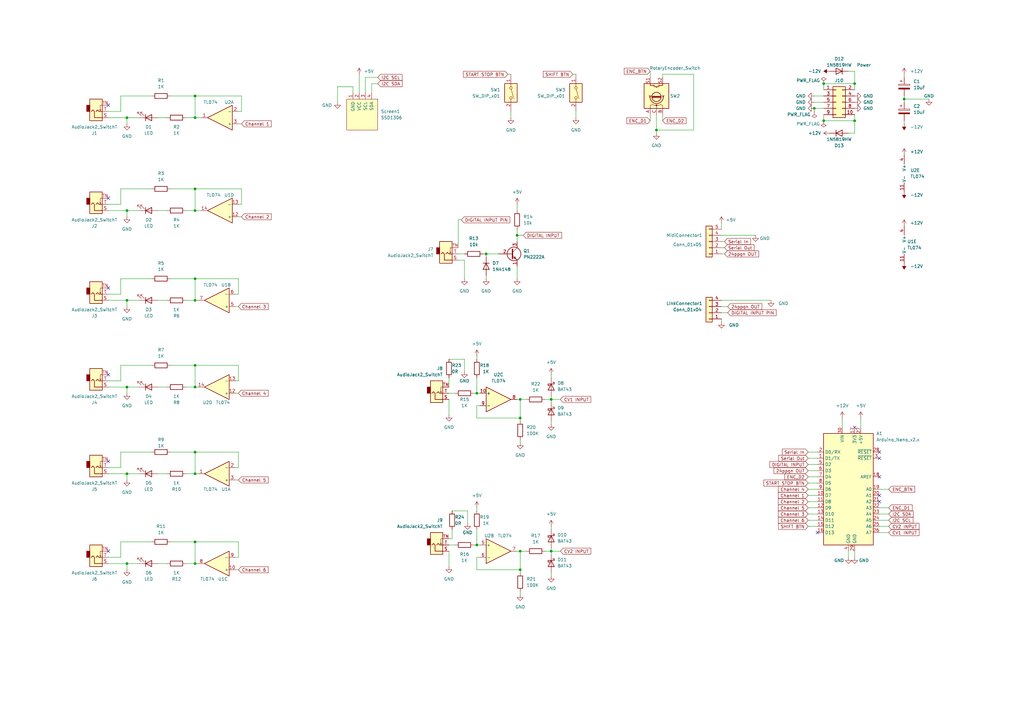
<source format=kicad_sch>
(kicad_sch (version 20230121) (generator eeschema)

  (uuid 939d1fca-3f2c-4183-926a-9b89a029d9a7)

  (paper "A3")

  (title_block
    (title "Gravity")
    (rev "4")
    (company "Sitka Instruments")
  )

  

  (junction (at 80.01 222.25) (diameter 0) (color 0 0 0 0)
    (uuid 01bbb586-ef8d-4ddf-8c80-74340115f8c2)
  )
  (junction (at 212.09 96.52) (diameter 0) (color 0 0 0 0)
    (uuid 0fe7b52a-5ab0-49af-9df5-605727fd9629)
  )
  (junction (at 80.01 231.14) (diameter 0) (color 0 0 0 0)
    (uuid 1aacebef-7166-44ac-ba9d-f4319bb8c2a1)
  )
  (junction (at 80.01 77.47) (diameter 0) (color 0 0 0 0)
    (uuid 1adea9cc-1a6f-43d0-a0c7-f15f9d142402)
  )
  (junction (at 226.06 163.83) (diameter 0) (color 0 0 0 0)
    (uuid 20ecb220-e95f-4871-989a-3aa80d4eef17)
  )
  (junction (at 80.01 149.86) (diameter 0) (color 0 0 0 0)
    (uuid 2d704435-2b61-45b7-b201-2bf6d837c7d3)
  )
  (junction (at 213.36 163.83) (diameter 0) (color 0 0 0 0)
    (uuid 2df7e01f-7c6c-4312-9ff7-ac020e968ee9)
  )
  (junction (at 52.07 48.26) (diameter 0) (color 0 0 0 0)
    (uuid 2f1a07b6-ad76-4a06-853c-dab3ee2850f6)
  )
  (junction (at 199.39 104.14) (diameter 0) (color 0 0 0 0)
    (uuid 3ec454cb-d195-43e0-940e-5dcf3cd11230)
  )
  (junction (at 52.07 194.31) (diameter 0) (color 0 0 0 0)
    (uuid 4c3b6af8-76f0-45ef-8c3f-9df4284c0206)
  )
  (junction (at 213.36 233.68) (diameter 0) (color 0 0 0 0)
    (uuid 4ef302ba-3fb8-473b-9960-3d952a8700dc)
  )
  (junction (at 80.01 158.75) (diameter 0) (color 0 0 0 0)
    (uuid 4fad6dae-d502-4839-af03-741c666aa89e)
  )
  (junction (at 195.58 223.52) (diameter 0) (color 0 0 0 0)
    (uuid 65dfde2f-bec6-446d-be6a-c5bad6fe7084)
  )
  (junction (at 52.07 158.75) (diameter 0) (color 0 0 0 0)
    (uuid 6f8c3b1c-3a38-4d86-9bc2-ad6939358a54)
  )
  (junction (at 80.01 114.3) (diameter 0) (color 0 0 0 0)
    (uuid 7247c85d-9109-4f74-a5f8-073a13ad9b00)
  )
  (junction (at 52.07 231.14) (diameter 0) (color 0 0 0 0)
    (uuid 7831fb5e-123a-46df-a455-7a9508dbe5ab)
  )
  (junction (at 80.01 185.42) (diameter 0) (color 0 0 0 0)
    (uuid 7ce994f6-9837-42f6-8f0e-a33b87846a85)
  )
  (junction (at 334.01 44.45) (diameter 0) (color 0 0 0 0)
    (uuid 80a0f295-48e1-4569-8d26-3102546e0255)
  )
  (junction (at 350.52 34.29) (diameter 0) (color 0 0 0 0)
    (uuid 80b03588-aa23-476a-9d12-a060ede2aafe)
  )
  (junction (at 80.01 86.36) (diameter 0) (color 0 0 0 0)
    (uuid 87e1f6f2-4291-4a56-a6c6-5e0e8fe5a1fb)
  )
  (junction (at 80.01 39.37) (diameter 0) (color 0 0 0 0)
    (uuid 9e2c980a-19bd-4dcd-85f5-d80d62e3f8cf)
  )
  (junction (at 52.07 86.36) (diameter 0) (color 0 0 0 0)
    (uuid a5a39816-f1ee-4ab9-8314-e277f66dbe27)
  )
  (junction (at 80.01 48.26) (diameter 0) (color 0 0 0 0)
    (uuid b23f1ea8-6677-4ea6-a94b-85b8eb53b8d8)
  )
  (junction (at 80.01 123.19) (diameter 0) (color 0 0 0 0)
    (uuid b902f786-0e2c-4183-b096-7f344f5749b2)
  )
  (junction (at 337.82 34.29) (diameter 0) (color 0 0 0 0)
    (uuid b919c27a-f637-48d6-8184-7ceb19a616c3)
  )
  (junction (at 350.52 49.53) (diameter 0) (color 0 0 0 0)
    (uuid bdb4e82f-deca-4494-9511-3af4e2c5e381)
  )
  (junction (at 195.58 161.29) (diameter 0) (color 0 0 0 0)
    (uuid cd01be16-25f8-409f-95b1-b355a2382b57)
  )
  (junction (at 80.01 194.31) (diameter 0) (color 0 0 0 0)
    (uuid d046d289-4c5a-4d32-950f-33f865de2574)
  )
  (junction (at 337.82 49.53) (diameter 0) (color 0 0 0 0)
    (uuid d3b1a6e1-ba88-4969-a859-28bf08cd9cc9)
  )
  (junction (at 213.36 226.06) (diameter 0) (color 0 0 0 0)
    (uuid d56a31ed-ec5a-4724-b044-fd56627a92e8)
  )
  (junction (at 52.07 123.19) (diameter 0) (color 0 0 0 0)
    (uuid dca585e3-e89d-40ba-8154-042e0bc6a9a6)
  )
  (junction (at 370.84 40.64) (diameter 0) (color 0 0 0 0)
    (uuid e8605e95-0637-41f0-a19c-e385856bb70d)
  )
  (junction (at 213.36 171.45) (diameter 0) (color 0 0 0 0)
    (uuid ec6161ff-f736-4426-a4cf-6258043462ab)
  )
  (junction (at 226.06 226.06) (diameter 0) (color 0 0 0 0)
    (uuid f2a0cb2a-8c72-467c-9ca7-c53da25df665)
  )
  (junction (at 269.24 53.34) (diameter 0) (color 0 0 0 0)
    (uuid fd1e9dbf-7bbb-42f0-a50d-c2c89c626c2d)
  )

  (no_connect (at 44.45 153.67) (uuid 0d5627fb-5697-4efc-a260-d96ecb9f93c3))
  (no_connect (at 360.68 185.42) (uuid 27dea4c6-c043-451d-b6c6-fc3d416a6f51))
  (no_connect (at 44.45 226.06) (uuid 3b8ad362-c359-4165-91ec-aadffcf3d978))
  (no_connect (at 360.68 187.96) (uuid 4dea39fc-bb12-4db7-8438-3469730bc7e8))
  (no_connect (at 335.28 218.44) (uuid 5be04ac6-43c5-4261-953a-dd12f2531b6f))
  (no_connect (at 360.68 195.58) (uuid 609e719e-33ca-4634-b65e-d90f2c75c119))
  (no_connect (at 44.45 189.23) (uuid 7a2da178-df57-453c-8a4a-28fcdc2f3c50))
  (no_connect (at 44.45 118.11) (uuid 8484e074-dbbf-4a1a-831d-0024b24e16ee))
  (no_connect (at 360.68 205.74) (uuid 89eab1dc-771e-440a-a558-42d123c04925))
  (no_connect (at 44.45 81.28) (uuid 8c00c48a-3885-4e94-a56e-75fdd48c8ac2))
  (no_connect (at 350.52 175.26) (uuid bab23eb2-2de9-4101-8518-b1550e4ed0ff))
  (no_connect (at 360.68 203.2) (uuid bc5d432a-9a40-4a38-8a20-d7136d6a72cd))
  (no_connect (at 44.45 43.18) (uuid caea21cf-ff3a-459d-ae29-45e99bc93b79))

  (wire (pts (xy 284.48 30.48) (xy 284.48 53.34))
    (stroke (width 0) (type default))
    (uuid 00888669-526f-4afc-bbd6-43e3940c23c9)
  )
  (wire (pts (xy 149.86 31.75) (xy 149.86 38.1))
    (stroke (width 0) (type default))
    (uuid 02f7a7c9-330b-4799-8e3c-3005ca5a2490)
  )
  (wire (pts (xy 331.47 187.96) (xy 335.28 187.96))
    (stroke (width 0) (type default))
    (uuid 04548b77-d823-4c1b-9c27-c6ce43c98aa3)
  )
  (wire (pts (xy 331.47 198.12) (xy 335.28 198.12))
    (stroke (width 0) (type default))
    (uuid 05b9f1d0-5ff4-4d57-8802-0d2c4eb21316)
  )
  (wire (pts (xy 198.12 104.14) (xy 199.39 104.14))
    (stroke (width 0) (type default))
    (uuid 068165ec-6c11-4c02-8e0b-ccfe566a7650)
  )
  (wire (pts (xy 96.52 196.85) (xy 97.79 196.85))
    (stroke (width 0) (type default))
    (uuid 0875d199-3a61-4f17-843a-f75a66a4050e)
  )
  (wire (pts (xy 49.53 83.82) (xy 49.53 77.47))
    (stroke (width 0) (type default))
    (uuid 0a2211b4-91f5-4459-8d97-5e8e188af34c)
  )
  (wire (pts (xy 295.91 96.52) (xy 309.88 96.52))
    (stroke (width 0) (type default))
    (uuid 0b35a84f-4365-46f0-acbe-9e74b72183f4)
  )
  (wire (pts (xy 226.06 153.67) (xy 226.06 154.94))
    (stroke (width 0) (type default))
    (uuid 0b45849a-34c3-4799-bb24-89e0ee4d5d11)
  )
  (wire (pts (xy 212.09 163.83) (xy 213.36 163.83))
    (stroke (width 0) (type default))
    (uuid 0cd5af5c-78df-4bca-b70f-bd8e8f13e667)
  )
  (wire (pts (xy 331.47 185.42) (xy 335.28 185.42))
    (stroke (width 0) (type default))
    (uuid 0e1ac309-c3ad-4ab1-a03b-2dd118f6d87a)
  )
  (wire (pts (xy 212.09 96.52) (xy 212.09 99.06))
    (stroke (width 0) (type default))
    (uuid 0e6c4c43-1c36-439e-a778-2631ebda15e9)
  )
  (wire (pts (xy 64.77 194.31) (xy 68.58 194.31))
    (stroke (width 0) (type default))
    (uuid 0ea24428-0de9-41d4-b673-d16d645ec740)
  )
  (wire (pts (xy 185.42 217.17) (xy 185.42 220.98))
    (stroke (width 0) (type default))
    (uuid 0f9b2d4c-7ebb-4d08-9e09-9e4d01860e9b)
  )
  (wire (pts (xy 187.96 104.14) (xy 190.5 104.14))
    (stroke (width 0) (type default))
    (uuid 0fde4400-cc90-4e37-aff0-a829c3566030)
  )
  (wire (pts (xy 370.84 39.37) (xy 370.84 40.64))
    (stroke (width 0) (type default))
    (uuid 10048850-4277-4da4-9149-45e2a0417c49)
  )
  (wire (pts (xy 226.06 226.06) (xy 226.06 227.33))
    (stroke (width 0) (type default))
    (uuid 10722ce5-f8a5-4eca-b191-f5ea1254bb30)
  )
  (wire (pts (xy 271.78 30.48) (xy 284.48 30.48))
    (stroke (width 0) (type default))
    (uuid 12553f91-cba2-4ab1-b10c-9a2c101efbcb)
  )
  (wire (pts (xy 44.45 48.26) (xy 52.07 48.26))
    (stroke (width 0) (type default))
    (uuid 1696b3ef-3157-4d71-9b48-209593675872)
  )
  (wire (pts (xy 52.07 48.26) (xy 57.15 48.26))
    (stroke (width 0) (type default))
    (uuid 18993a8a-ca5d-407f-848b-defb203a9189)
  )
  (wire (pts (xy 212.09 109.22) (xy 212.09 114.3))
    (stroke (width 0) (type default))
    (uuid 18ae432e-29c1-4f82-b5de-08351e122d6b)
  )
  (wire (pts (xy 44.45 123.19) (xy 52.07 123.19))
    (stroke (width 0) (type default))
    (uuid 1ab20642-1f70-4b02-85c3-d07b70dfa09f)
  )
  (wire (pts (xy 215.9 226.06) (xy 213.36 226.06))
    (stroke (width 0) (type default))
    (uuid 1b09d72d-a60a-404a-8eff-af5928779ca3)
  )
  (wire (pts (xy 350.52 54.61) (xy 350.52 49.53))
    (stroke (width 0) (type default))
    (uuid 1f9896e6-b5ae-4280-b574-867cc1543442)
  )
  (wire (pts (xy 195.58 166.37) (xy 196.85 166.37))
    (stroke (width 0) (type default))
    (uuid 218936c9-fd88-46f3-812f-021cc4e7e95d)
  )
  (wire (pts (xy 97.79 156.21) (xy 97.79 149.86))
    (stroke (width 0) (type default))
    (uuid 22b67607-fd33-40bf-9953-aaeb2cc3bff3)
  )
  (wire (pts (xy 80.01 77.47) (xy 80.01 86.36))
    (stroke (width 0) (type default))
    (uuid 22ec07c6-1814-4bcc-81fe-8b2a319721d4)
  )
  (wire (pts (xy 184.15 163.83) (xy 184.15 170.18))
    (stroke (width 0) (type default))
    (uuid 232f38ec-21ea-4a47-91ea-c85a04889396)
  )
  (wire (pts (xy 266.7 31.75) (xy 266.7 29.21))
    (stroke (width 0) (type default))
    (uuid 23cdf0c9-4c44-4333-ad84-40cf9337ba38)
  )
  (wire (pts (xy 331.47 193.04) (xy 335.28 193.04))
    (stroke (width 0) (type default))
    (uuid 23dac4f0-812d-4677-88fa-5bdcd3979384)
  )
  (wire (pts (xy 49.53 191.77) (xy 49.53 185.42))
    (stroke (width 0) (type default))
    (uuid 2450b13d-1b2c-42e2-9f3c-022c8d283799)
  )
  (wire (pts (xy 144.78 35.56) (xy 144.78 38.1))
    (stroke (width 0) (type default))
    (uuid 24898c03-0432-4355-9022-1dd4a494db3b)
  )
  (wire (pts (xy 49.53 228.6) (xy 49.53 222.25))
    (stroke (width 0) (type default))
    (uuid 24a77f75-c600-45cb-bf5f-afea87ea647c)
  )
  (wire (pts (xy 187.96 101.6) (xy 187.96 90.17))
    (stroke (width 0) (type default))
    (uuid 26033f5d-c203-46a8-8cbf-60ae85a27a09)
  )
  (wire (pts (xy 154.94 31.75) (xy 149.86 31.75))
    (stroke (width 0) (type default))
    (uuid 2687bf03-ffc2-4d48-aa6f-1aef93caa657)
  )
  (wire (pts (xy 226.06 163.83) (xy 226.06 165.1))
    (stroke (width 0) (type default))
    (uuid 2708cad2-c1d4-431c-a491-069abb353cb1)
  )
  (wire (pts (xy 64.77 158.75) (xy 68.58 158.75))
    (stroke (width 0) (type default))
    (uuid 275de223-e55c-4595-954a-6b567572e319)
  )
  (wire (pts (xy 49.53 222.25) (xy 62.23 222.25))
    (stroke (width 0) (type default))
    (uuid 282549b8-debb-4192-8eb7-5e1fc199c3b2)
  )
  (wire (pts (xy 266.7 49.53) (xy 266.7 46.99))
    (stroke (width 0) (type default))
    (uuid 292448f2-9878-48b7-bdaa-bba1bdc524e1)
  )
  (wire (pts (xy 213.36 172.72) (xy 213.36 171.45))
    (stroke (width 0) (type default))
    (uuid 29f12c71-1e39-46c9-8468-57b050e8c4e3)
  )
  (wire (pts (xy 370.84 40.64) (xy 370.84 41.91))
    (stroke (width 0) (type default))
    (uuid 2bf77205-7bd4-4b19-92a5-403df8997ca4)
  )
  (wire (pts (xy 52.07 86.36) (xy 52.07 88.9))
    (stroke (width 0) (type default))
    (uuid 2d2c567f-990e-43de-a45e-07dcf3d574df)
  )
  (wire (pts (xy 96.52 161.29) (xy 97.79 161.29))
    (stroke (width 0) (type default))
    (uuid 303bccf3-2d61-4c16-987a-64577855d3bb)
  )
  (wire (pts (xy 49.53 45.72) (xy 49.53 39.37))
    (stroke (width 0) (type default))
    (uuid 325ad235-d39c-4894-9060-669ec65da8cf)
  )
  (wire (pts (xy 212.09 83.82) (xy 212.09 86.36))
    (stroke (width 0) (type default))
    (uuid 335e260c-544e-4446-b9b4-df9e8330f67c)
  )
  (wire (pts (xy 353.06 171.45) (xy 353.06 175.26))
    (stroke (width 0) (type default))
    (uuid 335feb20-1fb8-4c80-a47e-65aa81fbef83)
  )
  (wire (pts (xy 331.47 210.82) (xy 335.28 210.82))
    (stroke (width 0) (type default))
    (uuid 33a36406-7342-4e89-9638-dd13fc9c9e59)
  )
  (wire (pts (xy 80.01 185.42) (xy 97.79 185.42))
    (stroke (width 0) (type default))
    (uuid 33d6f89f-8648-43ab-8211-808a5c2a1de9)
  )
  (wire (pts (xy 44.45 191.77) (xy 49.53 191.77))
    (stroke (width 0) (type default))
    (uuid 349d1b17-3ca5-4310-8603-bfcac15d9779)
  )
  (wire (pts (xy 44.45 231.14) (xy 52.07 231.14))
    (stroke (width 0) (type default))
    (uuid 35a4bcdd-c017-440b-9dad-75ec8aa47970)
  )
  (wire (pts (xy 295.91 123.19) (xy 316.23 123.19))
    (stroke (width 0) (type default))
    (uuid 364747eb-5593-475f-b7b7-b83fb3965ea6)
  )
  (wire (pts (xy 69.85 39.37) (xy 80.01 39.37))
    (stroke (width 0) (type default))
    (uuid 379f1c28-4a76-4353-90b3-8c03b9cc7732)
  )
  (wire (pts (xy 209.55 30.48) (xy 208.28 30.48))
    (stroke (width 0) (type default))
    (uuid 38f018c4-6a5e-41fd-be32-9f1782112fb1)
  )
  (wire (pts (xy 184.15 161.29) (xy 186.69 161.29))
    (stroke (width 0) (type default))
    (uuid 3b6a8b02-3ae7-4eaa-b590-43c6b96299ee)
  )
  (wire (pts (xy 64.77 48.26) (xy 68.58 48.26))
    (stroke (width 0) (type default))
    (uuid 3d377ce1-a2c5-4d14-9f02-94478caf1282)
  )
  (wire (pts (xy 97.79 45.72) (xy 99.06 45.72))
    (stroke (width 0) (type default))
    (uuid 3e571a02-03e0-4598-a609-e9c7e7a95ec4)
  )
  (wire (pts (xy 213.36 226.06) (xy 213.36 233.68))
    (stroke (width 0) (type default))
    (uuid 41592a34-b5e0-498e-b3d9-5e683e74e400)
  )
  (wire (pts (xy 226.06 163.83) (xy 229.87 163.83))
    (stroke (width 0) (type default))
    (uuid 415f6a2a-0819-4a32-a17d-06a0e8a58036)
  )
  (wire (pts (xy 80.01 86.36) (xy 82.55 86.36))
    (stroke (width 0) (type default))
    (uuid 418e2033-9beb-4dc9-852d-fdebff37f6e4)
  )
  (wire (pts (xy 370.84 30.48) (xy 370.84 31.75))
    (stroke (width 0) (type default))
    (uuid 4311a415-97b2-43f6-a81d-718e51e1b859)
  )
  (wire (pts (xy 191.77 209.55) (xy 191.77 214.63))
    (stroke (width 0) (type default))
    (uuid 4387f603-b8cb-49f8-9cf0-e883ca84f431)
  )
  (wire (pts (xy 184.15 147.32) (xy 190.5 147.32))
    (stroke (width 0) (type default))
    (uuid 442c3d44-985a-41cf-a427-d1e2cd1a65ee)
  )
  (wire (pts (xy 195.58 233.68) (xy 213.36 233.68))
    (stroke (width 0) (type default))
    (uuid 44fdae99-fabc-42c3-b71e-03120ee479ee)
  )
  (wire (pts (xy 226.06 172.72) (xy 226.06 173.99))
    (stroke (width 0) (type default))
    (uuid 459710f6-4d7d-40be-9b04-5e9a368b8c00)
  )
  (wire (pts (xy 271.78 31.75) (xy 271.78 30.48))
    (stroke (width 0) (type default))
    (uuid 46b304df-4180-4984-9e5d-83e10dcadff4)
  )
  (wire (pts (xy 195.58 161.29) (xy 196.85 161.29))
    (stroke (width 0) (type default))
    (uuid 474a3f9d-2b64-4966-9c5e-ee995dbcc11f)
  )
  (wire (pts (xy 96.52 233.68) (xy 97.79 233.68))
    (stroke (width 0) (type default))
    (uuid 4754b732-0a33-494b-90b0-fee8412301df)
  )
  (wire (pts (xy 96.52 125.73) (xy 97.79 125.73))
    (stroke (width 0) (type default))
    (uuid 47a4e244-780e-48eb-b41d-1640d66c0fcd)
  )
  (wire (pts (xy 194.31 161.29) (xy 195.58 161.29))
    (stroke (width 0) (type default))
    (uuid 47ac72d4-bd27-4447-b979-99a8986e623d)
  )
  (wire (pts (xy 226.06 224.79) (xy 226.06 226.06))
    (stroke (width 0) (type default))
    (uuid 47e72c91-7c9f-4a84-84d0-c6e4a5768ed8)
  )
  (wire (pts (xy 236.22 48.26) (xy 236.22 45.72))
    (stroke (width 0) (type default))
    (uuid 4818a8d1-75bc-44f4-b9ed-2be325375416)
  )
  (wire (pts (xy 215.9 163.83) (xy 213.36 163.83))
    (stroke (width 0) (type default))
    (uuid 49cde530-ddc1-4f14-9b13-8d9a2ca10c3a)
  )
  (wire (pts (xy 195.58 228.6) (xy 195.58 233.68))
    (stroke (width 0) (type default))
    (uuid 4b70d7be-d0b4-4935-b09f-3578133ba481)
  )
  (wire (pts (xy 52.07 86.36) (xy 57.15 86.36))
    (stroke (width 0) (type default))
    (uuid 4c0b437f-8a01-477d-a6f9-7ec7ce2dc466)
  )
  (wire (pts (xy 49.53 114.3) (xy 62.23 114.3))
    (stroke (width 0) (type default))
    (uuid 4d557d7f-7719-4f80-94ac-5531db91c5c7)
  )
  (wire (pts (xy 350.52 226.06) (xy 350.52 228.6))
    (stroke (width 0) (type default))
    (uuid 4d5adbc3-357f-4a75-9468-e5a15ab291e3)
  )
  (wire (pts (xy 97.79 120.65) (xy 97.79 114.3))
    (stroke (width 0) (type default))
    (uuid 4e0a158e-f62e-4ad0-b943-3eaefad92067)
  )
  (wire (pts (xy 64.77 86.36) (xy 68.58 86.36))
    (stroke (width 0) (type default))
    (uuid 50855149-12eb-4a2e-a48d-3bc78970e17d)
  )
  (wire (pts (xy 96.52 120.65) (xy 97.79 120.65))
    (stroke (width 0) (type default))
    (uuid 54f4dac5-21cb-4ccc-b34e-bca1afba31d2)
  )
  (wire (pts (xy 97.79 114.3) (xy 80.01 114.3))
    (stroke (width 0) (type default))
    (uuid 55051037-8b31-44b9-8e01-8ae5d0b6424d)
  )
  (wire (pts (xy 44.45 83.82) (xy 49.53 83.82))
    (stroke (width 0) (type default))
    (uuid 559ecdd5-7157-4b6e-8365-c80a48a2639c)
  )
  (wire (pts (xy 44.45 120.65) (xy 49.53 120.65))
    (stroke (width 0) (type default))
    (uuid 55c0478d-8080-4c1d-8604-65a2d25999fa)
  )
  (wire (pts (xy 226.06 215.9) (xy 226.06 217.17))
    (stroke (width 0) (type default))
    (uuid 55f39ab8-c72e-42c1-a690-a397d34d1bc8)
  )
  (wire (pts (xy 147.32 30.48) (xy 147.32 38.1))
    (stroke (width 0) (type default))
    (uuid 578b6235-424f-4ef7-a13a-2eb828fdff70)
  )
  (wire (pts (xy 331.47 205.74) (xy 335.28 205.74))
    (stroke (width 0) (type default))
    (uuid 5a722d22-4ecd-49dd-bcb0-518e553ae30d)
  )
  (wire (pts (xy 350.52 29.21) (xy 350.52 34.29))
    (stroke (width 0) (type default))
    (uuid 5c09703f-6c76-495d-9a58-e2ebc9242342)
  )
  (wire (pts (xy 49.53 149.86) (xy 62.23 149.86))
    (stroke (width 0) (type default))
    (uuid 5c400b46-2fcf-4458-9699-ae37dd26bccb)
  )
  (wire (pts (xy 80.01 149.86) (xy 80.01 158.75))
    (stroke (width 0) (type default))
    (uuid 5cd6e5fe-4b18-46d6-a3d1-e3ffde24589e)
  )
  (wire (pts (xy 350.52 46.99) (xy 350.52 49.53))
    (stroke (width 0) (type default))
    (uuid 5d5ced92-faf8-444e-981f-4e4ff49b98e7)
  )
  (wire (pts (xy 52.07 48.26) (xy 52.07 50.8))
    (stroke (width 0) (type default))
    (uuid 5d93f799-90b6-4c25-98c8-cc4dbc3b1bc0)
  )
  (wire (pts (xy 99.06 83.82) (xy 99.06 77.47))
    (stroke (width 0) (type default))
    (uuid 5ec7b1d8-8446-4919-a38c-76210caa1873)
  )
  (wire (pts (xy 226.06 234.95) (xy 226.06 236.22))
    (stroke (width 0) (type default))
    (uuid 5f035f85-8c2e-4853-b183-6abac5e2be10)
  )
  (wire (pts (xy 298.45 125.73) (xy 295.91 125.73))
    (stroke (width 0) (type default))
    (uuid 6046e892-0ebb-40bb-b5b7-44ac8604d4a2)
  )
  (wire (pts (xy 190.5 147.32) (xy 190.5 152.4))
    (stroke (width 0) (type default))
    (uuid 61b30485-195b-4bad-8840-2b6a72961f80)
  )
  (wire (pts (xy 199.39 113.03) (xy 199.39 114.3))
    (stroke (width 0) (type default))
    (uuid 629a7aa1-4019-458a-8b5d-0abf66ce0257)
  )
  (wire (pts (xy 44.45 194.31) (xy 52.07 194.31))
    (stroke (width 0) (type default))
    (uuid 65958d22-4303-48dd-9fde-306753b42789)
  )
  (wire (pts (xy 52.07 158.75) (xy 52.07 161.29))
    (stroke (width 0) (type default))
    (uuid 662ccf0e-d1d5-4050-8293-3daf044ab08c)
  )
  (wire (pts (xy 295.91 101.6) (xy 297.18 101.6))
    (stroke (width 0) (type default))
    (uuid 662d7171-9f08-4d00-88ad-4538b833c958)
  )
  (wire (pts (xy 334.01 44.45) (xy 337.82 44.45))
    (stroke (width 0) (type default))
    (uuid 686830dd-5bd4-421c-97b1-cd04ec112e6f)
  )
  (wire (pts (xy 213.36 181.61) (xy 213.36 180.34))
    (stroke (width 0) (type default))
    (uuid 69069406-1963-4170-8560-8104e7e045d7)
  )
  (wire (pts (xy 195.58 154.94) (xy 195.58 161.29))
    (stroke (width 0) (type default))
    (uuid 6da6842f-2388-4f5f-9ee2-76bb34632c1b)
  )
  (wire (pts (xy 80.01 39.37) (xy 99.06 39.37))
    (stroke (width 0) (type default))
    (uuid 6ef03535-d0d2-4117-ba8a-13b15d291146)
  )
  (wire (pts (xy 52.07 231.14) (xy 57.15 231.14))
    (stroke (width 0) (type default))
    (uuid 72a11c15-bc2e-4e4e-b064-0530d656a4f2)
  )
  (wire (pts (xy 152.4 34.29) (xy 152.4 38.1))
    (stroke (width 0) (type default))
    (uuid 72d28e7a-0912-41d1-8bf0-5186c787f495)
  )
  (wire (pts (xy 44.45 156.21) (xy 49.53 156.21))
    (stroke (width 0) (type default))
    (uuid 7454f9be-a252-4e64-8cb6-659f28a46b4e)
  )
  (wire (pts (xy 223.52 226.06) (xy 226.06 226.06))
    (stroke (width 0) (type default))
    (uuid 746457c5-4533-496b-b839-879422eb2f82)
  )
  (wire (pts (xy 298.45 128.27) (xy 295.91 128.27))
    (stroke (width 0) (type default))
    (uuid 747429ad-a079-4ab8-b09c-691c80d1e082)
  )
  (wire (pts (xy 96.52 191.77) (xy 97.79 191.77))
    (stroke (width 0) (type default))
    (uuid 774fcb45-a172-4233-8e81-6712f4651e80)
  )
  (wire (pts (xy 187.96 90.17) (xy 189.23 90.17))
    (stroke (width 0) (type default))
    (uuid 77c4f8a3-f358-4bf0-adca-923c93eec873)
  )
  (wire (pts (xy 331.47 195.58) (xy 335.28 195.58))
    (stroke (width 0) (type default))
    (uuid 78087d34-36cd-40f9-8df6-88f39a8e923c)
  )
  (wire (pts (xy 97.79 228.6) (xy 97.79 222.25))
    (stroke (width 0) (type default))
    (uuid 78e786de-043d-4f36-a95b-827ecfd3a860)
  )
  (wire (pts (xy 190.5 106.68) (xy 190.5 114.3))
    (stroke (width 0) (type default))
    (uuid 7bd72df4-68a1-4663-8001-035714ea1d46)
  )
  (wire (pts (xy 195.58 166.37) (xy 195.58 171.45))
    (stroke (width 0) (type default))
    (uuid 7d009995-14e6-4e3a-a6bf-75ca9be73436)
  )
  (wire (pts (xy 360.68 208.28) (xy 364.49 208.28))
    (stroke (width 0) (type default))
    (uuid 7dd53853-47b4-4ad4-b60a-12406caceae9)
  )
  (wire (pts (xy 97.79 83.82) (xy 99.06 83.82))
    (stroke (width 0) (type default))
    (uuid 7eb86270-8e46-4c86-aca0-01cd356252d4)
  )
  (wire (pts (xy 44.45 45.72) (xy 49.53 45.72))
    (stroke (width 0) (type default))
    (uuid 7f1a47e9-e606-4559-b3a6-98d8056eafbb)
  )
  (wire (pts (xy 80.01 77.47) (xy 99.06 77.47))
    (stroke (width 0) (type default))
    (uuid 8087cf9e-a59e-49ee-959e-1547ad310f68)
  )
  (wire (pts (xy 269.24 46.99) (xy 269.24 53.34))
    (stroke (width 0) (type default))
    (uuid 8209c98c-ad4a-4de7-8d4d-31929f244f93)
  )
  (wire (pts (xy 184.15 154.94) (xy 184.15 158.75))
    (stroke (width 0) (type default))
    (uuid 82f14908-4c3c-4b1e-a311-74c33cecc46b)
  )
  (wire (pts (xy 138.43 41.91) (xy 138.43 35.56))
    (stroke (width 0) (type default))
    (uuid 84628db2-78f4-455d-935c-669b74635348)
  )
  (wire (pts (xy 80.01 158.75) (xy 76.2 158.75))
    (stroke (width 0) (type default))
    (uuid 84cd1643-db67-46fc-bdb3-0f8472565395)
  )
  (wire (pts (xy 295.91 99.06) (xy 297.18 99.06))
    (stroke (width 0) (type default))
    (uuid 84cda9bd-a619-4821-8e1d-9c59f47819f2)
  )
  (wire (pts (xy 331.47 200.66) (xy 335.28 200.66))
    (stroke (width 0) (type default))
    (uuid 8676e459-7c2d-4c62-b756-5dbad9971ef4)
  )
  (wire (pts (xy 96.52 228.6) (xy 97.79 228.6))
    (stroke (width 0) (type default))
    (uuid 895a16fe-6a85-40c1-a068-c6c5069be327)
  )
  (wire (pts (xy 212.09 96.52) (xy 214.63 96.52))
    (stroke (width 0) (type default))
    (uuid 8a527247-4e86-49ac-96b2-0b9ba94da524)
  )
  (wire (pts (xy 76.2 86.36) (xy 80.01 86.36))
    (stroke (width 0) (type default))
    (uuid 8bd5fd7f-cf6e-425c-b9d6-3c826368fb4d)
  )
  (wire (pts (xy 213.36 163.83) (xy 213.36 171.45))
    (stroke (width 0) (type default))
    (uuid 8db87abd-78a8-4707-b998-35d91c31dc52)
  )
  (wire (pts (xy 184.15 220.98) (xy 185.42 220.98))
    (stroke (width 0) (type default))
    (uuid 91d35dc0-b91a-4231-a2a4-e58d0e7f4232)
  )
  (wire (pts (xy 96.52 156.21) (xy 97.79 156.21))
    (stroke (width 0) (type default))
    (uuid 92ae353c-97f4-4c4d-9398-e91db030f4a8)
  )
  (wire (pts (xy 195.58 146.05) (xy 195.58 147.32))
    (stroke (width 0) (type default))
    (uuid 92dcd119-522b-416d-afb9-fe804b794444)
  )
  (wire (pts (xy 52.07 194.31) (xy 52.07 196.85))
    (stroke (width 0) (type default))
    (uuid 9411389b-89e4-4fd9-b197-1fd897880c74)
  )
  (wire (pts (xy 199.39 104.14) (xy 199.39 105.41))
    (stroke (width 0) (type default))
    (uuid 97d4dc22-cea2-4f31-ab47-48954521c9ea)
  )
  (wire (pts (xy 209.55 48.26) (xy 209.55 45.72))
    (stroke (width 0) (type default))
    (uuid 982c0a71-fbd6-4ace-8adb-04279f3ab267)
  )
  (wire (pts (xy 360.68 213.36) (xy 364.49 213.36))
    (stroke (width 0) (type default))
    (uuid 998fda77-4469-4506-86ca-bb382e8ee04b)
  )
  (wire (pts (xy 52.07 194.31) (xy 57.15 194.31))
    (stroke (width 0) (type default))
    (uuid 9b42f2d5-ac7c-41cd-8133-c33ded91e5a9)
  )
  (wire (pts (xy 80.01 149.86) (xy 97.79 149.86))
    (stroke (width 0) (type default))
    (uuid 9e5805ba-ef35-49a1-8625-91fc1a2d8c02)
  )
  (wire (pts (xy 195.58 208.28) (xy 195.58 209.55))
    (stroke (width 0) (type default))
    (uuid 9ec202d2-54e7-4767-8d5f-5508e7b44543)
  )
  (wire (pts (xy 331.47 208.28) (xy 335.28 208.28))
    (stroke (width 0) (type default))
    (uuid a11b243c-b8ac-4b51-920a-c19dc41aec03)
  )
  (wire (pts (xy 337.82 36.83) (xy 337.82 34.29))
    (stroke (width 0) (type default))
    (uuid a32d7af7-caa5-4fcd-b940-60312a23b93a)
  )
  (wire (pts (xy 80.01 123.19) (xy 81.28 123.19))
    (stroke (width 0) (type default))
    (uuid a384fadc-a10d-479f-94d2-2a5b2d1d7039)
  )
  (wire (pts (xy 347.98 54.61) (xy 350.52 54.61))
    (stroke (width 0) (type default))
    (uuid a3ae5fe0-aa32-4413-85be-83d64b712b8c)
  )
  (wire (pts (xy 187.96 106.68) (xy 190.5 106.68))
    (stroke (width 0) (type default))
    (uuid a419472a-c519-42af-a7a7-8d55731ad33e)
  )
  (wire (pts (xy 331.47 190.5) (xy 335.28 190.5))
    (stroke (width 0) (type default))
    (uuid a437b42a-de25-44ea-bd82-78ea4050bd94)
  )
  (wire (pts (xy 236.22 30.48) (xy 234.95 30.48))
    (stroke (width 0) (type default))
    (uuid a49154d7-98cd-42dc-b035-8363e6ed42ef)
  )
  (wire (pts (xy 271.78 49.53) (xy 271.78 46.99))
    (stroke (width 0) (type default))
    (uuid a4f3d41a-af65-423d-b75c-3a4dfb401018)
  )
  (wire (pts (xy 80.01 222.25) (xy 97.79 222.25))
    (stroke (width 0) (type default))
    (uuid a570fd45-915c-413d-8511-67112ddbfb1b)
  )
  (wire (pts (xy 49.53 39.37) (xy 62.23 39.37))
    (stroke (width 0) (type default))
    (uuid a60d0abd-cac5-40ce-8146-e36e1abaeddf)
  )
  (wire (pts (xy 184.15 223.52) (xy 186.69 223.52))
    (stroke (width 0) (type default))
    (uuid a6821adb-6787-40f0-882c-45474cd6d035)
  )
  (wire (pts (xy 49.53 156.21) (xy 49.53 149.86))
    (stroke (width 0) (type default))
    (uuid a6f31cf3-8dc0-4e1e-a3a6-c76df8c6e2cb)
  )
  (wire (pts (xy 44.45 86.36) (xy 52.07 86.36))
    (stroke (width 0) (type default))
    (uuid a80042cf-f0d4-4045-bfe4-04f7525272ec)
  )
  (wire (pts (xy 80.01 194.31) (xy 76.2 194.31))
    (stroke (width 0) (type default))
    (uuid a8514681-196b-44d0-b279-cbd6f9496f12)
  )
  (wire (pts (xy 269.24 54.61) (xy 269.24 53.34))
    (stroke (width 0) (type default))
    (uuid a88aa39c-ab01-48f4-b52c-72379da3c07b)
  )
  (wire (pts (xy 64.77 123.19) (xy 68.58 123.19))
    (stroke (width 0) (type default))
    (uuid ab21b72a-c65b-436b-a024-420f0e1bd5fb)
  )
  (wire (pts (xy 269.24 53.34) (xy 284.48 53.34))
    (stroke (width 0) (type default))
    (uuid ab393c6b-5fda-4897-ae5b-77fc0d49af67)
  )
  (wire (pts (xy 52.07 123.19) (xy 57.15 123.19))
    (stroke (width 0) (type default))
    (uuid ac927798-764a-470d-8e32-ab188c3be9d9)
  )
  (wire (pts (xy 199.39 104.14) (xy 204.47 104.14))
    (stroke (width 0) (type default))
    (uuid acb04d4a-6e28-4197-b96d-cca961b9a352)
  )
  (wire (pts (xy 337.82 46.99) (xy 337.82 49.53))
    (stroke (width 0) (type default))
    (uuid ad83ea93-a261-44af-9ce9-44f34c926f1f)
  )
  (wire (pts (xy 223.52 163.83) (xy 226.06 163.83))
    (stroke (width 0) (type default))
    (uuid b02b8fe2-ffcf-4399-8d32-f085295ae9be)
  )
  (wire (pts (xy 97.79 88.9) (xy 99.06 88.9))
    (stroke (width 0) (type default))
    (uuid b056618b-9337-4ecc-bce8-dc5869882bd7)
  )
  (wire (pts (xy 80.01 48.26) (xy 76.2 48.26))
    (stroke (width 0) (type default))
    (uuid b3ffacae-4877-4f3c-b330-37753bcfeef2)
  )
  (wire (pts (xy 334.01 44.45) (xy 334.01 45.72))
    (stroke (width 0) (type default))
    (uuid b45d2437-4231-4393-9853-61e2810e8eef)
  )
  (wire (pts (xy 69.85 77.47) (xy 80.01 77.47))
    (stroke (width 0) (type default))
    (uuid b55c7749-7442-4e0e-81bc-0a478cb0ac8a)
  )
  (wire (pts (xy 80.01 158.75) (xy 81.28 158.75))
    (stroke (width 0) (type default))
    (uuid b70b6063-f12f-423b-9971-1db44e53b1b6)
  )
  (wire (pts (xy 52.07 158.75) (xy 57.15 158.75))
    (stroke (width 0) (type default))
    (uuid b7ba5590-bcbc-4d3a-bb2b-67ef3ff01bf9)
  )
  (wire (pts (xy 226.06 162.56) (xy 226.06 163.83))
    (stroke (width 0) (type default))
    (uuid b8b96b86-9f26-4791-8fab-c0012a9204d0)
  )
  (wire (pts (xy 212.09 93.98) (xy 212.09 96.52))
    (stroke (width 0) (type default))
    (uuid b913c3b8-7e72-4c0b-bda2-34fe7b55ab25)
  )
  (wire (pts (xy 360.68 210.82) (xy 364.49 210.82))
    (stroke (width 0) (type default))
    (uuid baf9089a-117f-477e-b388-59d85cc068a1)
  )
  (wire (pts (xy 80.01 39.37) (xy 80.01 48.26))
    (stroke (width 0) (type default))
    (uuid bd0ecbaa-0107-4713-afad-9631d70470c9)
  )
  (wire (pts (xy 334.01 41.91) (xy 337.82 41.91))
    (stroke (width 0) (type default))
    (uuid be717b8a-a24e-4b1a-8c07-d2cb4a8b44a0)
  )
  (wire (pts (xy 69.85 185.42) (xy 80.01 185.42))
    (stroke (width 0) (type default))
    (uuid be91969f-27d0-4896-bda7-89479ff2c6f0)
  )
  (wire (pts (xy 337.82 34.29) (xy 350.52 34.29))
    (stroke (width 0) (type default))
    (uuid bfd39b38-25cc-4208-85be-c343c956d624)
  )
  (wire (pts (xy 52.07 231.14) (xy 52.07 233.68))
    (stroke (width 0) (type default))
    (uuid c1344527-bf12-418e-bb93-1ab1cbcbc765)
  )
  (wire (pts (xy 80.01 114.3) (xy 80.01 123.19))
    (stroke (width 0) (type default))
    (uuid c3958be8-3003-4b81-a0e5-084b481ac3e8)
  )
  (wire (pts (xy 80.01 123.19) (xy 76.2 123.19))
    (stroke (width 0) (type default))
    (uuid c6adff6e-82e1-42de-a1d3-c2320961301b)
  )
  (wire (pts (xy 295.91 132.08) (xy 295.91 130.81))
    (stroke (width 0) (type default))
    (uuid c9e809ef-610d-4a00-b852-7dfb3e2ca41d)
  )
  (wire (pts (xy 213.36 234.95) (xy 213.36 233.68))
    (stroke (width 0) (type default))
    (uuid cb58872e-1637-4041-9a9c-462d58f60489)
  )
  (wire (pts (xy 52.07 123.19) (xy 52.07 125.73))
    (stroke (width 0) (type default))
    (uuid cd7749a7-ea7a-4254-8d13-3fc0af54ac1a)
  )
  (wire (pts (xy 185.42 209.55) (xy 191.77 209.55))
    (stroke (width 0) (type default))
    (uuid cd876659-807a-444d-a58b-3ab4384818b6)
  )
  (wire (pts (xy 194.31 223.52) (xy 195.58 223.52))
    (stroke (width 0) (type default))
    (uuid d0f348b7-a7a5-4cb3-b9f1-72c15c41a42d)
  )
  (wire (pts (xy 331.47 203.2) (xy 335.28 203.2))
    (stroke (width 0) (type default))
    (uuid d2ceccc1-95d6-4f25-baa1-52608161f423)
  )
  (wire (pts (xy 64.77 231.14) (xy 68.58 231.14))
    (stroke (width 0) (type default))
    (uuid d2ed7317-658a-4865-bf5f-b2b3135a861d)
  )
  (wire (pts (xy 80.01 48.26) (xy 82.55 48.26))
    (stroke (width 0) (type default))
    (uuid d337bd41-b84a-4083-8138-b697897be715)
  )
  (wire (pts (xy 295.91 104.14) (xy 297.18 104.14))
    (stroke (width 0) (type default))
    (uuid d3b10b90-4fd7-4a10-aadc-d707d0767705)
  )
  (wire (pts (xy 226.06 226.06) (xy 229.87 226.06))
    (stroke (width 0) (type default))
    (uuid d7a22843-b5aa-4dcb-9f83-e0b93ec1d932)
  )
  (wire (pts (xy 49.53 77.47) (xy 62.23 77.47))
    (stroke (width 0) (type default))
    (uuid d80078b3-94d9-48bf-85f9-0552f3304675)
  )
  (wire (pts (xy 138.43 35.56) (xy 144.78 35.56))
    (stroke (width 0) (type default))
    (uuid d8c2b0e0-464d-4f8a-a354-013c2fcd2746)
  )
  (wire (pts (xy 345.44 171.45) (xy 345.44 175.26))
    (stroke (width 0) (type default))
    (uuid d9290646-90b7-4fbd-83fc-19591b512599)
  )
  (wire (pts (xy 80.01 194.31) (xy 81.28 194.31))
    (stroke (width 0) (type default))
    (uuid d9cdde04-0ad7-43b5-a5d5-b6ac5abb55b8)
  )
  (wire (pts (xy 337.82 49.53) (xy 350.52 49.53))
    (stroke (width 0) (type default))
    (uuid da781abc-ee6e-4d62-971b-a28621e7f9c0)
  )
  (wire (pts (xy 195.58 171.45) (xy 213.36 171.45))
    (stroke (width 0) (type default))
    (uuid dbc9e6c0-7a33-4ae4-9d9e-73c07879ba5d)
  )
  (wire (pts (xy 44.45 158.75) (xy 52.07 158.75))
    (stroke (width 0) (type default))
    (uuid dc0c3e8e-4506-4ec8-9e3d-629192ad61d8)
  )
  (wire (pts (xy 195.58 228.6) (xy 196.85 228.6))
    (stroke (width 0) (type default))
    (uuid de7a47fe-f0fc-4658-90ce-abe74da404a1)
  )
  (wire (pts (xy 360.68 215.9) (xy 364.49 215.9))
    (stroke (width 0) (type default))
    (uuid de7fdbfa-a282-4f9d-a244-075c3a0e9b98)
  )
  (wire (pts (xy 69.85 149.86) (xy 80.01 149.86))
    (stroke (width 0) (type default))
    (uuid df7516ee-ff61-4db9-89ba-5c412ec89d3d)
  )
  (wire (pts (xy 360.68 200.66) (xy 364.49 200.66))
    (stroke (width 0) (type default))
    (uuid e10d78c8-bc65-4a97-b811-fa8e485f78af)
  )
  (wire (pts (xy 97.79 50.8) (xy 99.06 50.8))
    (stroke (width 0) (type default))
    (uuid e2dc13c9-6305-44b9-a070-0e2410dc6ca6)
  )
  (wire (pts (xy 195.58 223.52) (xy 196.85 223.52))
    (stroke (width 0) (type default))
    (uuid e3fe9f9b-3930-485d-a0a3-8b2979ae16cb)
  )
  (wire (pts (xy 360.68 218.44) (xy 364.49 218.44))
    (stroke (width 0) (type default))
    (uuid e501891d-8877-41ec-9061-b1ed5f555caf)
  )
  (wire (pts (xy 44.45 228.6) (xy 49.53 228.6))
    (stroke (width 0) (type default))
    (uuid e5137e87-aafe-4a66-8e8a-00ecf77e5822)
  )
  (wire (pts (xy 347.98 29.21) (xy 350.52 29.21))
    (stroke (width 0) (type default))
    (uuid e5cc527c-7c22-4bc4-9478-79f22af81342)
  )
  (wire (pts (xy 80.01 185.42) (xy 80.01 194.31))
    (stroke (width 0) (type default))
    (uuid e64ef4a2-9524-4343-aff1-00c177a81ec0)
  )
  (wire (pts (xy 370.84 49.53) (xy 370.84 50.8))
    (stroke (width 0) (type default))
    (uuid e6e66dc7-1aee-4cac-811d-1595812a31eb)
  )
  (wire (pts (xy 99.06 45.72) (xy 99.06 39.37))
    (stroke (width 0) (type default))
    (uuid e904f6ec-a5c8-4543-b6fd-3f6e319ee11f)
  )
  (wire (pts (xy 381 40.64) (xy 370.84 40.64))
    (stroke (width 0) (type default))
    (uuid ea5e64c5-de9e-426a-8163-477b4ab6c3af)
  )
  (wire (pts (xy 69.85 222.25) (xy 80.01 222.25))
    (stroke (width 0) (type default))
    (uuid eccdcaa1-196e-4da9-93df-22871ab227e4)
  )
  (wire (pts (xy 213.36 243.84) (xy 213.36 242.57))
    (stroke (width 0) (type default))
    (uuid edb34f50-21d7-48c4-a591-fa7e1cf3936e)
  )
  (wire (pts (xy 334.01 39.37) (xy 337.82 39.37))
    (stroke (width 0) (type default))
    (uuid edbfec5f-792f-4d72-a9b3-c785ca15edc6)
  )
  (wire (pts (xy 212.09 226.06) (xy 213.36 226.06))
    (stroke (width 0) (type default))
    (uuid f008b134-e79e-4ed2-96ee-57bfd525332c)
  )
  (wire (pts (xy 80.01 231.14) (xy 81.28 231.14))
    (stroke (width 0) (type default))
    (uuid f0ef78ab-0722-4695-a988-a525c6c89c13)
  )
  (wire (pts (xy 154.94 34.29) (xy 152.4 34.29))
    (stroke (width 0) (type default))
    (uuid f3cfd946-5506-454f-be6b-f33cc891d633)
  )
  (wire (pts (xy 97.79 191.77) (xy 97.79 185.42))
    (stroke (width 0) (type default))
    (uuid f4e61a2c-c030-4ac1-9706-982cd511d7df)
  )
  (wire (pts (xy 331.47 213.36) (xy 335.28 213.36))
    (stroke (width 0) (type default))
    (uuid f518df89-b116-40e8-99b0-a8b0297e7e7c)
  )
  (wire (pts (xy 347.98 226.06) (xy 347.98 228.6))
    (stroke (width 0) (type default))
    (uuid f5e8264b-9b68-4427-8c75-2842df767dac)
  )
  (wire (pts (xy 195.58 217.17) (xy 195.58 223.52))
    (stroke (width 0) (type default))
    (uuid f606dc30-d11c-4363-876e-ff6819b53b93)
  )
  (wire (pts (xy 80.01 222.25) (xy 80.01 231.14))
    (stroke (width 0) (type default))
    (uuid f8481e02-da91-4968-a9ed-6f01e186219f)
  )
  (wire (pts (xy 49.53 185.42) (xy 62.23 185.42))
    (stroke (width 0) (type default))
    (uuid f864f0c5-c0d1-4877-a6f4-44d2ed9246f9)
  )
  (wire (pts (xy 331.47 215.9) (xy 335.28 215.9))
    (stroke (width 0) (type default))
    (uuid f9e900c1-7c4f-48c1-995b-aa77f74963af)
  )
  (wire (pts (xy 184.15 226.06) (xy 184.15 232.41))
    (stroke (width 0) (type default))
    (uuid fa59d2e2-3f00-4fa2-a8b3-57c15075ed6d)
  )
  (wire (pts (xy 69.85 114.3) (xy 80.01 114.3))
    (stroke (width 0) (type default))
    (uuid fa68e183-14f0-4d54-a1bc-75cd122e6200)
  )
  (wire (pts (xy 49.53 120.65) (xy 49.53 114.3))
    (stroke (width 0) (type default))
    (uuid fb2252ba-bbcf-47f2-ac5e-ea286245dbb4)
  )
  (wire (pts (xy 350.52 34.29) (xy 350.52 36.83))
    (stroke (width 0) (type default))
    (uuid fed0662f-321b-4469-b503-9027372b80ec)
  )
  (wire (pts (xy 295.91 91.44) (xy 295.91 93.98))
    (stroke (width 0) (type default))
    (uuid feff33c4-9126-456f-afd0-fca17419c548)
  )
  (wire (pts (xy 80.01 231.14) (xy 76.2 231.14))
    (stroke (width 0) (type default))
    (uuid ffb029d0-1e8f-4995-834b-e49d98738e3f)
  )

  (global_label "START STOP BTN" (shape input) (at 208.28 30.48 180) (fields_autoplaced)
    (effects (font (size 1.27 1.27)) (justify right))
    (uuid 08502c49-a9e0-4374-8676-59a1d6002e4a)
    (property "Intersheetrefs" "${INTERSHEET_REFS}" (at 190.0826 30.4006 0)
      (effects (font (size 1.27 1.27)) (justify right) hide)
    )
  )
  (global_label "CV2 INPUT" (shape input) (at 364.49 215.9 0) (fields_autoplaced)
    (effects (font (size 1.27 1.27)) (justify left))
    (uuid 0f4105ff-19b1-4fc5-8164-b0461096926d)
    (property "Intersheetrefs" "${INTERSHEET_REFS}" (at 376.9421 215.8206 0)
      (effects (font (size 1.27 1.27)) (justify left) hide)
    )
  )
  (global_label "Channel 5" (shape input) (at 331.47 208.28 180) (fields_autoplaced)
    (effects (font (size 1.27 1.27)) (justify right))
    (uuid 16ef7a41-e299-44d8-93af-ef8631727ac5)
    (property "Intersheetrefs" "${INTERSHEET_REFS}" (at 319.2598 208.2006 0)
      (effects (font (size 1.27 1.27)) (justify right) hide)
    )
  )
  (global_label "Channel 1" (shape input) (at 331.47 203.2 180) (fields_autoplaced)
    (effects (font (size 1.27 1.27)) (justify right))
    (uuid 1b3be18b-05f2-43da-8bc8-11dfafd3bd42)
    (property "Intersheetrefs" "${INTERSHEET_REFS}" (at 319.2598 203.2794 0)
      (effects (font (size 1.27 1.27)) (justify right) hide)
    )
  )
  (global_label "Channel 4" (shape input) (at 331.47 200.66 180) (fields_autoplaced)
    (effects (font (size 1.27 1.27)) (justify right))
    (uuid 1dcf1e91-4789-4465-a501-45f3d715fc38)
    (property "Intersheetrefs" "${INTERSHEET_REFS}" (at 319.2598 200.5806 0)
      (effects (font (size 1.27 1.27)) (justify right) hide)
    )
  )
  (global_label "ENC_BTN" (shape input) (at 364.49 200.66 0) (fields_autoplaced)
    (effects (font (size 1.27 1.27)) (justify left))
    (uuid 1e2d858b-fa79-4a1e-a4b0-d58ee9543d64)
    (property "Intersheetrefs" "${INTERSHEET_REFS}" (at 375.1883 200.5806 0)
      (effects (font (size 1.27 1.27)) (justify left) hide)
    )
  )
  (global_label "START STOP BTN" (shape input) (at 331.47 198.12 180) (fields_autoplaced)
    (effects (font (size 1.27 1.27)) (justify right))
    (uuid 296bfe79-fc97-45ca-aa06-74f69106e732)
    (property "Intersheetrefs" "${INTERSHEET_REFS}" (at 313.2726 198.0406 0)
      (effects (font (size 1.27 1.27)) (justify right) hide)
    )
  )
  (global_label "Channel 5" (shape input) (at 97.79 196.85 0) (fields_autoplaced)
    (effects (font (size 1.27 1.27)) (justify left))
    (uuid 2bff8a0c-66d5-48e5-bd4a-d9f0495e1d92)
    (property "Intersheetrefs" "${INTERSHEET_REFS}" (at 110.0002 196.7706 0)
      (effects (font (size 1.27 1.27)) (justify left) hide)
    )
  )
  (global_label "ENC_D2" (shape input) (at 271.78 49.53 0) (fields_autoplaced)
    (effects (font (size 1.27 1.27)) (justify left))
    (uuid 2f4a47d1-8652-4e94-9cce-2712cd5b6b84)
    (property "Intersheetrefs" "${INTERSHEET_REFS}" (at 281.3898 49.6094 0)
      (effects (font (size 1.27 1.27)) (justify left) hide)
    )
  )
  (global_label "CV1 INPUT" (shape input) (at 229.87 163.83 0) (fields_autoplaced)
    (effects (font (size 1.27 1.27)) (justify left))
    (uuid 2f5d2e9a-c2b1-4fa4-8989-e4278fd14368)
    (property "Intersheetrefs" "${INTERSHEET_REFS}" (at 242.3221 163.7506 0)
      (effects (font (size 1.27 1.27)) (justify left) hide)
    )
  )
  (global_label "SHIFT BTN" (shape input) (at 234.95 30.48 180) (fields_autoplaced)
    (effects (font (size 1.27 1.27)) (justify right))
    (uuid 3c3b3145-f2b7-4dd3-98a3-57539d177323)
    (property "Intersheetrefs" "${INTERSHEET_REFS}" (at 222.8002 30.4006 0)
      (effects (font (size 1.27 1.27)) (justify right) hide)
    )
  )
  (global_label "Channel 3" (shape input) (at 331.47 210.82 180) (fields_autoplaced)
    (effects (font (size 1.27 1.27)) (justify right))
    (uuid 4e903d60-441d-4d69-847d-4692830423fd)
    (property "Intersheetrefs" "${INTERSHEET_REFS}" (at 319.2598 210.7406 0)
      (effects (font (size 1.27 1.27)) (justify right) hide)
    )
  )
  (global_label "Channel 3" (shape input) (at 97.79 125.73 0) (fields_autoplaced)
    (effects (font (size 1.27 1.27)) (justify left))
    (uuid 670c3855-952e-4842-960b-356694f6af0a)
    (property "Intersheetrefs" "${INTERSHEET_REFS}" (at 110.0002 125.6506 0)
      (effects (font (size 1.27 1.27)) (justify left) hide)
    )
  )
  (global_label "SHIFT BTN" (shape input) (at 331.47 215.9 180) (fields_autoplaced)
    (effects (font (size 1.27 1.27)) (justify right))
    (uuid 6b72106b-fde8-465c-8654-fcd5b7a3a93a)
    (property "Intersheetrefs" "${INTERSHEET_REFS}" (at 319.3202 215.8206 0)
      (effects (font (size 1.27 1.27)) (justify right) hide)
    )
  )
  (global_label "ENC_BTN" (shape input) (at 266.7 29.21 180) (fields_autoplaced)
    (effects (font (size 1.27 1.27)) (justify right))
    (uuid 6e22e70c-1d82-40e1-b637-028b907c8ec0)
    (property "Intersheetrefs" "${INTERSHEET_REFS}" (at 256.0017 29.2894 0)
      (effects (font (size 1.27 1.27)) (justify right) hide)
    )
  )
  (global_label "DIGITAL INPUT PIN" (shape input) (at 189.23 90.17 0) (fields_autoplaced)
    (effects (font (size 1.27 1.27)) (justify left))
    (uuid 71b5dce0-7e6b-45ec-8216-12370b8db801)
    (property "Intersheetrefs" "${INTERSHEET_REFS}" (at 209.1207 90.0906 0)
      (effects (font (size 1.27 1.27)) (justify left) hide)
    )
  )
  (global_label "DIGITAL INPUT" (shape input) (at 331.47 190.5 180) (fields_autoplaced)
    (effects (font (size 1.27 1.27)) (justify right))
    (uuid 955ee3f4-5775-4b5b-8f02-05d4cd211b31)
    (property "Intersheetrefs" "${INTERSHEET_REFS}" (at 315.7521 190.4206 0)
      (effects (font (size 1.27 1.27)) (justify right) hide)
    )
  )
  (global_label "I2C SDA" (shape input) (at 364.49 210.82 0) (fields_autoplaced)
    (effects (font (size 1.27 1.27)) (justify left))
    (uuid 99f7ab83-6cf7-4fec-b141-49c2020d8285)
    (property "Intersheetrefs" "${INTERSHEET_REFS}" (at 374.5231 210.7406 0)
      (effects (font (size 1.27 1.27)) (justify left) hide)
    )
  )
  (global_label "Serial Out" (shape input) (at 331.47 187.96 180) (fields_autoplaced)
    (effects (font (size 1.27 1.27)) (justify right))
    (uuid 9ff881b5-f2e0-4fdd-bf90-64bb70f422e5)
    (property "Intersheetrefs" "${INTERSHEET_REFS}" (at 319.3807 187.8806 0)
      (effects (font (size 1.27 1.27)) (justify right) hide)
    )
  )
  (global_label "Channel 6" (shape input) (at 97.79 233.68 0) (fields_autoplaced)
    (effects (font (size 1.27 1.27)) (justify left))
    (uuid a519ba4c-05a6-4fe9-a717-010abc58ab4a)
    (property "Intersheetrefs" "${INTERSHEET_REFS}" (at 110.0002 233.6006 0)
      (effects (font (size 1.27 1.27)) (justify left) hide)
    )
  )
  (global_label "Channel 1" (shape input) (at 99.06 50.8 0) (fields_autoplaced)
    (effects (font (size 1.27 1.27)) (justify left))
    (uuid a5f7acf2-be98-454e-8311-66406ea5ef47)
    (property "Intersheetrefs" "${INTERSHEET_REFS}" (at 111.2702 50.8794 0)
      (effects (font (size 1.27 1.27)) (justify left) hide)
    )
  )
  (global_label "DIGITAL INPUT" (shape input) (at 214.63 96.52 0) (fields_autoplaced)
    (effects (font (size 1.27 1.27)) (justify left))
    (uuid a83c7113-f848-459b-bdbb-0fea1c809240)
    (property "Intersheetrefs" "${INTERSHEET_REFS}" (at 230.3479 96.4406 0)
      (effects (font (size 1.27 1.27)) (justify left) hide)
    )
  )
  (global_label "24ppqn OUT" (shape input) (at 297.18 104.14 0) (fields_autoplaced)
    (effects (font (size 1.27 1.27)) (justify left))
    (uuid b00754b5-1b0a-4ce3-88c7-7008bcd369ea)
    (property "Intersheetrefs" "${INTERSHEET_REFS}" (at 311.2045 104.2194 0)
      (effects (font (size 1.27 1.27)) (justify left) hide)
    )
  )
  (global_label "Serial In" (shape input) (at 297.18 99.06 0) (fields_autoplaced)
    (effects (font (size 1.27 1.27)) (justify left))
    (uuid b3dc6832-efcd-4a73-b286-17dffd1c4e06)
    (property "Intersheetrefs" "${INTERSHEET_REFS}" (at 307.8179 99.1394 0)
      (effects (font (size 1.27 1.27)) (justify left) hide)
    )
  )
  (global_label "ENC_D2" (shape input) (at 331.47 195.58 180) (fields_autoplaced)
    (effects (font (size 1.27 1.27)) (justify right))
    (uuid b43e5a49-34ec-4361-ab63-eac6426d11da)
    (property "Intersheetrefs" "${INTERSHEET_REFS}" (at 321.8602 195.5006 0)
      (effects (font (size 1.27 1.27)) (justify right) hide)
    )
  )
  (global_label "24ppqn OUT" (shape input) (at 298.45 125.73 0) (fields_autoplaced)
    (effects (font (size 1.27 1.27)) (justify left))
    (uuid c55f37c5-b4f2-48cf-9ea5-6cd8a163fd7d)
    (property "Intersheetrefs" "${INTERSHEET_REFS}" (at 312.4745 125.8094 0)
      (effects (font (size 1.27 1.27)) (justify left) hide)
    )
  )
  (global_label "Serial In" (shape input) (at 331.47 185.42 180) (fields_autoplaced)
    (effects (font (size 1.27 1.27)) (justify right))
    (uuid c62d43e5-1143-4f01-bf7e-e8217a05be5f)
    (property "Intersheetrefs" "${INTERSHEET_REFS}" (at 320.8321 185.3406 0)
      (effects (font (size 1.27 1.27)) (justify right) hide)
    )
  )
  (global_label "ENC_D1" (shape input) (at 266.7 49.53 180) (fields_autoplaced)
    (effects (font (size 1.27 1.27)) (justify right))
    (uuid c95863d9-bcd1-4397-a92d-4172c205ad70)
    (property "Intersheetrefs" "${INTERSHEET_REFS}" (at 257.0902 49.4506 0)
      (effects (font (size 1.27 1.27)) (justify right) hide)
    )
  )
  (global_label "Channel 2" (shape input) (at 99.06 88.9 0) (fields_autoplaced)
    (effects (font (size 1.27 1.27)) (justify left))
    (uuid c97087c6-1d05-4217-8ab9-41c9aae2a9f5)
    (property "Intersheetrefs" "${INTERSHEET_REFS}" (at 111.2702 88.8206 0)
      (effects (font (size 1.27 1.27)) (justify left) hide)
    )
  )
  (global_label "Channel 4" (shape input) (at 97.79 161.29 0) (fields_autoplaced)
    (effects (font (size 1.27 1.27)) (justify left))
    (uuid cad0cd36-a1ad-43c8-bd7e-a92f94c59d80)
    (property "Intersheetrefs" "${INTERSHEET_REFS}" (at 110.0002 161.2106 0)
      (effects (font (size 1.27 1.27)) (justify left) hide)
    )
  )
  (global_label "ENC_D1" (shape input) (at 364.49 208.28 0) (fields_autoplaced)
    (effects (font (size 1.27 1.27)) (justify left))
    (uuid cc230acd-d729-4ee1-b7d2-43e0ca118e0c)
    (property "Intersheetrefs" "${INTERSHEET_REFS}" (at 374.0998 208.3594 0)
      (effects (font (size 1.27 1.27)) (justify left) hide)
    )
  )
  (global_label "Channel 2" (shape input) (at 331.47 205.74 180) (fields_autoplaced)
    (effects (font (size 1.27 1.27)) (justify right))
    (uuid d2580a57-6d22-4e66-a2b2-fc50c2247e88)
    (property "Intersheetrefs" "${INTERSHEET_REFS}" (at 319.2598 205.8194 0)
      (effects (font (size 1.27 1.27)) (justify right) hide)
    )
  )
  (global_label "I2C SCL" (shape input) (at 154.94 31.75 0) (fields_autoplaced)
    (effects (font (size 1.27 1.27)) (justify left))
    (uuid dcdc363f-2ef2-4d10-9454-938591e28501)
    (property "Intersheetrefs" "${INTERSHEET_REFS}" (at 164.9126 31.6706 0)
      (effects (font (size 1.27 1.27)) (justify left) hide)
    )
  )
  (global_label "I2C SDA" (shape input) (at 154.94 34.29 0) (fields_autoplaced)
    (effects (font (size 1.27 1.27)) (justify left))
    (uuid e25bc814-1635-4f2a-9ce5-9421e47606a9)
    (property "Intersheetrefs" "${INTERSHEET_REFS}" (at 164.9731 34.2106 0)
      (effects (font (size 1.27 1.27)) (justify left) hide)
    )
  )
  (global_label "DIGITAL INPUT PIN" (shape input) (at 298.45 128.27 0) (fields_autoplaced)
    (effects (font (size 1.27 1.27)) (justify left))
    (uuid ef265e8d-b738-4521-8d25-ea358c4850fd)
    (property "Intersheetrefs" "${INTERSHEET_REFS}" (at 318.3407 128.1906 0)
      (effects (font (size 1.27 1.27)) (justify left) hide)
    )
  )
  (global_label "CV2 INPUT" (shape input) (at 229.87 226.06 0) (fields_autoplaced)
    (effects (font (size 1.27 1.27)) (justify left))
    (uuid f27d5e1c-ed59-4e0a-a3b4-38d7de0271d1)
    (property "Intersheetrefs" "${INTERSHEET_REFS}" (at 242.3221 225.9806 0)
      (effects (font (size 1.27 1.27)) (justify left) hide)
    )
  )
  (global_label "Serial Out" (shape input) (at 297.18 101.6 0) (fields_autoplaced)
    (effects (font (size 1.27 1.27)) (justify left))
    (uuid f3281dd4-f462-4bd0-8120-ab4a82e2ee10)
    (property "Intersheetrefs" "${INTERSHEET_REFS}" (at 309.2693 101.6794 0)
      (effects (font (size 1.27 1.27)) (justify left) hide)
    )
  )
  (global_label "24ppqn OUT" (shape input) (at 331.47 193.04 180) (fields_autoplaced)
    (effects (font (size 1.27 1.27)) (justify right))
    (uuid f86254a4-9545-467b-a06a-25c288851abb)
    (property "Intersheetrefs" "${INTERSHEET_REFS}" (at 317.4455 192.9606 0)
      (effects (font (size 1.27 1.27)) (justify right) hide)
    )
  )
  (global_label "I2C SCL" (shape input) (at 364.49 213.36 0) (fields_autoplaced)
    (effects (font (size 1.27 1.27)) (justify left))
    (uuid fb609f01-e397-494c-972d-98310b7239ab)
    (property "Intersheetrefs" "${INTERSHEET_REFS}" (at 374.4626 213.2806 0)
      (effects (font (size 1.27 1.27)) (justify left) hide)
    )
  )
  (global_label "Channel 6" (shape input) (at 331.47 213.36 180) (fields_autoplaced)
    (effects (font (size 1.27 1.27)) (justify right))
    (uuid fdf191d3-54c4-415b-a89c-9cf894283150)
    (property "Intersheetrefs" "${INTERSHEET_REFS}" (at 319.2598 213.2806 0)
      (effects (font (size 1.27 1.27)) (justify right) hide)
    )
  )
  (global_label "CV1 INPUT" (shape input) (at 364.49 218.44 0) (fields_autoplaced)
    (effects (font (size 1.27 1.27)) (justify left))
    (uuid ff0486a3-88c4-4c1d-954f-02b23b1d7bf5)
    (property "Intersheetrefs" "${INTERSHEET_REFS}" (at 376.9421 218.3606 0)
      (effects (font (size 1.27 1.27)) (justify left) hide)
    )
  )

  (symbol (lib_id "power:GND") (at 212.09 114.3 0) (unit 1)
    (in_bom yes) (on_board yes) (dnp no) (fields_autoplaced)
    (uuid 01609d3f-dccb-4e46-a81f-4d5d483d5981)
    (property "Reference" "#PWR0133" (at 212.09 120.65 0)
      (effects (font (size 1.27 1.27)) hide)
    )
    (property "Value" "GND" (at 212.09 119.38 0)
      (effects (font (size 1.27 1.27)))
    )
    (property "Footprint" "" (at 212.09 114.3 0)
      (effects (font (size 1.27 1.27)) hide)
    )
    (property "Datasheet" "" (at 212.09 114.3 0)
      (effects (font (size 1.27 1.27)) hide)
    )
    (pin "1" (uuid bef493d7-9fe4-4ac1-a80c-cbf670a48529))
    (instances
      (project "gtoe"
        (path "/939d1fca-3f2c-4183-926a-9b89a029d9a7"
          (reference "#PWR0133") (unit 1)
        )
      )
    )
  )

  (symbol (lib_id "power:GND") (at 347.98 228.6 0) (unit 1)
    (in_bom yes) (on_board yes) (dnp no)
    (uuid 035b2ae3-d867-47c3-bf19-9eb9de2fbc56)
    (property "Reference" "#PWR0115" (at 347.98 234.95 0)
      (effects (font (size 1.27 1.27)) hide)
    )
    (property "Value" "GND" (at 344.17 229.87 0)
      (effects (font (size 1.27 1.27)))
    )
    (property "Footprint" "" (at 347.98 228.6 0)
      (effects (font (size 1.27 1.27)) hide)
    )
    (property "Datasheet" "" (at 347.98 228.6 0)
      (effects (font (size 1.27 1.27)) hide)
    )
    (pin "1" (uuid d1e725cd-7935-44c3-ab0a-51394d341c81))
    (instances
      (project "gtoe"
        (path "/939d1fca-3f2c-4183-926a-9b89a029d9a7"
          (reference "#PWR0115") (unit 1)
        )
      )
    )
  )

  (symbol (lib_id "power:GND") (at 191.77 214.63 0) (mirror y) (unit 1)
    (in_bom yes) (on_board yes) (dnp no)
    (uuid 044442ea-b263-4221-97e6-b24280dbaece)
    (property "Reference" "#PWR0110" (at 191.77 220.98 0)
      (effects (font (size 1.27 1.27)) hide)
    )
    (property "Value" "GND" (at 191.77 218.44 0)
      (effects (font (size 1.27 1.27)))
    )
    (property "Footprint" "" (at 191.77 214.63 0)
      (effects (font (size 1.27 1.27)) hide)
    )
    (property "Datasheet" "" (at 191.77 214.63 0)
      (effects (font (size 1.27 1.27)) hide)
    )
    (pin "1" (uuid e6dac10f-283e-4c0c-aedd-b0beb793efbe))
    (instances
      (project "gtoe"
        (path "/939d1fca-3f2c-4183-926a-9b89a029d9a7"
          (reference "#PWR0110") (unit 1)
        )
      )
    )
  )

  (symbol (lib_id "power:-12V") (at 370.84 78.74 180) (unit 1)
    (in_bom yes) (on_board yes) (dnp no)
    (uuid 053febef-9d43-4bc4-abe1-237b35a375a1)
    (property "Reference" "#PWR0146" (at 370.84 81.28 0)
      (effects (font (size 1.27 1.27)) hide)
    )
    (property "Value" "-12V" (at 375.92 80.01 0)
      (effects (font (size 1.27 1.27)))
    )
    (property "Footprint" "" (at 370.84 78.74 0)
      (effects (font (size 1.27 1.27)) hide)
    )
    (property "Datasheet" "" (at 370.84 78.74 0)
      (effects (font (size 1.27 1.27)) hide)
    )
    (pin "1" (uuid e0e7399c-b5e8-43b9-b1d1-394aaeec849d))
    (instances
      (project "gtoe"
        (path "/939d1fca-3f2c-4183-926a-9b89a029d9a7"
          (reference "#PWR0146") (unit 1)
        )
      )
    )
  )

  (symbol (lib_id "Amplifier_Operational:TL074") (at 88.9 194.31 180) (unit 1)
    (in_bom yes) (on_board yes) (dnp no)
    (uuid 06c1495e-fed8-4f99-b33f-915e32fd560b)
    (property "Reference" "U1" (at 92.71 200.66 0)
      (effects (font (size 1.27 1.27)))
    )
    (property "Value" "TL074" (at 86.36 200.66 0)
      (effects (font (size 1.27 1.27)))
    )
    (property "Footprint" "Package_SO:SO-14_3.9x8.65mm_P1.27mm" (at 90.17 196.85 0)
      (effects (font (size 1.27 1.27)) hide)
    )
    (property "Datasheet" "http://www.ti.com/lit/ds/symlink/tl071.pdf" (at 87.63 199.39 0)
      (effects (font (size 1.27 1.27)) hide)
    )
    (pin "1" (uuid bd109fd4-c5cf-4a3a-9354-aa457d96628b))
    (pin "2" (uuid 44b6f1bb-fba9-49ad-8dd0-b966b3690efb))
    (pin "3" (uuid 30af9420-1a21-4caf-a5c4-3bfd9b3ad7f2))
    (pin "5" (uuid d504fa86-c7d1-4247-b969-5241cf8ef7c2))
    (pin "6" (uuid ea5a6421-4ad6-4ff0-95b0-e10175d62a72))
    (pin "7" (uuid 11e99262-25e1-4e87-9bda-19d610e839f2))
    (pin "10" (uuid c54b88a8-c901-418f-a926-9726b0c0a816))
    (pin "8" (uuid f74e3afc-80c2-44be-88b7-6092a775d5b7))
    (pin "9" (uuid dc918d9b-1f17-455a-a1cb-7141753244fc))
    (pin "12" (uuid 32fdee3a-d16a-4771-8971-21b5b211eaa2))
    (pin "13" (uuid dfc57c41-39f3-49be-ad16-60d3d2f3324e))
    (pin "14" (uuid 607265fb-ebda-46ae-9e05-aceda0159dda))
    (pin "11" (uuid 52477527-04c0-4566-9239-bcfd5c8fba5e))
    (pin "4" (uuid a45dcd45-9a80-40f0-975d-f51ba833d93a))
    (instances
      (project "gtoe"
        (path "/939d1fca-3f2c-4183-926a-9b89a029d9a7"
          (reference "U1") (unit 1)
        )
      )
    )
  )

  (symbol (lib_id "Connector:AudioJack2_SwitchT") (at 39.37 45.72 0) (mirror x) (unit 1)
    (in_bom yes) (on_board yes) (dnp no) (fields_autoplaced)
    (uuid 070c4b9a-144a-46b4-9868-f12213eed226)
    (property "Reference" "J1" (at 38.735 54.61 0)
      (effects (font (size 1.27 1.27)))
    )
    (property "Value" "AudioJack2_SwitchT" (at 38.735 52.07 0)
      (effects (font (size 1.27 1.27)))
    )
    (property "Footprint" "gtoe:thonkiconn" (at 39.37 45.72 0)
      (effects (font (size 1.27 1.27)) hide)
    )
    (property "Datasheet" "~" (at 39.37 45.72 0)
      (effects (font (size 1.27 1.27)) hide)
    )
    (pin "S" (uuid cf5eeb89-89c8-408f-b835-790ab2fdf014))
    (pin "T" (uuid e9d8e077-6fe3-4306-8a62-7bdb525cea6b))
    (pin "TN" (uuid b29a8de0-4516-4f60-8cfe-52c9ea5cf956))
    (instances
      (project "gtoe"
        (path "/939d1fca-3f2c-4183-926a-9b89a029d9a7"
          (reference "J1") (unit 1)
        )
      )
    )
  )

  (symbol (lib_id "power:GND") (at 350.52 44.45 90) (unit 1)
    (in_bom yes) (on_board yes) (dnp no)
    (uuid 078c0c43-2074-4e17-8be8-0dc08453b9de)
    (property "Reference" "#PWR0121" (at 356.87 44.45 0)
      (effects (font (size 1.27 1.27)) hide)
    )
    (property "Value" "GND" (at 358.14 44.45 90)
      (effects (font (size 1.27 1.27)) (justify left))
    )
    (property "Footprint" "" (at 350.52 44.45 0)
      (effects (font (size 1.27 1.27)) hide)
    )
    (property "Datasheet" "" (at 350.52 44.45 0)
      (effects (font (size 1.27 1.27)) hide)
    )
    (pin "1" (uuid 49dd3cae-a9c6-47e4-a01d-4ad96f10fc57))
    (instances
      (project "gtoe"
        (path "/939d1fca-3f2c-4183-926a-9b89a029d9a7"
          (reference "#PWR0121") (unit 1)
        )
      )
    )
  )

  (symbol (lib_id "Device:LED") (at 60.96 123.19 0) (mirror x) (unit 1)
    (in_bom yes) (on_board yes) (dnp no)
    (uuid 0ef8035d-aa03-4916-b018-8338de8bee3c)
    (property "Reference" "D3" (at 60.96 127 0)
      (effects (font (size 1.27 1.27)))
    )
    (property "Value" "LED" (at 60.96 129.54 0)
      (effects (font (size 1.27 1.27)))
    )
    (property "Footprint" "gtoe:FlatTopLed" (at 60.96 123.19 0)
      (effects (font (size 1.27 1.27)) hide)
    )
    (property "Datasheet" "~" (at 60.96 123.19 0)
      (effects (font (size 1.27 1.27)) hide)
    )
    (pin "1" (uuid cad38931-d941-4eda-97b5-d5b7412cc401))
    (pin "2" (uuid c84aee84-b128-41ff-b4db-05d0ac4385ae))
    (instances
      (project "gtoe"
        (path "/939d1fca-3f2c-4183-926a-9b89a029d9a7"
          (reference "D3") (unit 1)
        )
      )
    )
  )

  (symbol (lib_id "power:PWR_FLAG") (at 337.82 49.53 180) (unit 1)
    (in_bom yes) (on_board yes) (dnp no)
    (uuid 115cbf13-6f24-470a-9942-577dda4c7193)
    (property "Reference" "#FLG0103" (at 337.82 51.435 0)
      (effects (font (size 1.27 1.27)) hide)
    )
    (property "Value" "PWR_FLAG" (at 331.47 50.8 0)
      (effects (font (size 1.27 1.27)))
    )
    (property "Footprint" "" (at 337.82 49.53 0)
      (effects (font (size 1.27 1.27)) hide)
    )
    (property "Datasheet" "~" (at 337.82 49.53 0)
      (effects (font (size 1.27 1.27)) hide)
    )
    (pin "1" (uuid 58f08b23-f729-4e26-9eb6-84084488a485))
    (instances
      (project "gtoe"
        (path "/939d1fca-3f2c-4183-926a-9b89a029d9a7"
          (reference "#FLG0103") (unit 1)
        )
      )
    )
  )

  (symbol (lib_id "power:+5V") (at 212.09 83.82 0) (unit 1)
    (in_bom yes) (on_board yes) (dnp no) (fields_autoplaced)
    (uuid 1c569410-c5ee-4e12-8704-315f48d7e4e7)
    (property "Reference" "#PWR0134" (at 212.09 87.63 0)
      (effects (font (size 1.27 1.27)) hide)
    )
    (property "Value" "+5V" (at 212.09 78.74 0)
      (effects (font (size 1.27 1.27)))
    )
    (property "Footprint" "" (at 212.09 83.82 0)
      (effects (font (size 1.27 1.27)) hide)
    )
    (property "Datasheet" "" (at 212.09 83.82 0)
      (effects (font (size 1.27 1.27)) hide)
    )
    (pin "1" (uuid d2a1e8c1-d88f-416a-9a95-b0fd3890ea9e))
    (instances
      (project "gtoe"
        (path "/939d1fca-3f2c-4183-926a-9b89a029d9a7"
          (reference "#PWR0134") (unit 1)
        )
      )
    )
  )

  (symbol (lib_id "Device:R") (at 213.36 238.76 0) (mirror y) (unit 1)
    (in_bom yes) (on_board yes) (dnp no) (fields_autoplaced)
    (uuid 1d7d73ec-1d58-465c-8010-c3c0ed8b69db)
    (property "Reference" "R21" (at 215.9 237.4899 0)
      (effects (font (size 1.27 1.27)) (justify right))
    )
    (property "Value" "100K" (at 215.9 240.0299 0)
      (effects (font (size 1.27 1.27)) (justify right))
    )
    (property "Footprint" "Resistor_SMD:R_0805_2012Metric" (at 215.138 238.76 90)
      (effects (font (size 1.27 1.27)) hide)
    )
    (property "Datasheet" "~" (at 213.36 238.76 0)
      (effects (font (size 1.27 1.27)) hide)
    )
    (pin "1" (uuid f3994b5e-1c2e-4498-9eb9-9f3fcdfdc703))
    (pin "2" (uuid 32fe75ac-4d5d-4f4c-a2a2-238a9d6d7334))
    (instances
      (project "gtoe"
        (path "/939d1fca-3f2c-4183-926a-9b89a029d9a7"
          (reference "R21") (unit 1)
        )
      )
    )
  )

  (symbol (lib_id "power:-12V") (at 370.84 50.8 180) (unit 1)
    (in_bom yes) (on_board yes) (dnp no)
    (uuid 243f59d3-62ac-44dd-a2ae-34812adab945)
    (property "Reference" "#PWR0137" (at 370.84 53.34 0)
      (effects (font (size 1.27 1.27)) hide)
    )
    (property "Value" "-12V" (at 375.92 52.07 0)
      (effects (font (size 1.27 1.27)))
    )
    (property "Footprint" "" (at 370.84 50.8 0)
      (effects (font (size 1.27 1.27)) hide)
    )
    (property "Datasheet" "" (at 370.84 50.8 0)
      (effects (font (size 1.27 1.27)) hide)
    )
    (pin "1" (uuid 3c3c457d-cb65-4c9e-b33e-982500b08436))
    (instances
      (project "gtoe"
        (path "/939d1fca-3f2c-4183-926a-9b89a029d9a7"
          (reference "#PWR0137") (unit 1)
        )
      )
    )
  )

  (symbol (lib_id "Device:R") (at 219.71 163.83 270) (mirror x) (unit 1)
    (in_bom yes) (on_board yes) (dnp no) (fields_autoplaced)
    (uuid 253f4696-2095-4df6-a8b3-2b741b836b16)
    (property "Reference" "R22" (at 219.71 157.48 90)
      (effects (font (size 1.27 1.27)))
    )
    (property "Value" "1K" (at 219.71 160.02 90)
      (effects (font (size 1.27 1.27)))
    )
    (property "Footprint" "Resistor_SMD:R_0805_2012Metric" (at 219.71 165.608 90)
      (effects (font (size 1.27 1.27)) hide)
    )
    (property "Datasheet" "~" (at 219.71 163.83 0)
      (effects (font (size 1.27 1.27)) hide)
    )
    (pin "1" (uuid cf659fb7-61d7-490c-88dc-a017f1fa43b3))
    (pin "2" (uuid fb65bfdf-70de-4c20-980a-457aa224bd02))
    (instances
      (project "gtoe"
        (path "/939d1fca-3f2c-4183-926a-9b89a029d9a7"
          (reference "R22") (unit 1)
        )
      )
    )
  )

  (symbol (lib_id "power:GND") (at 52.07 161.29 0) (mirror y) (unit 1)
    (in_bom yes) (on_board yes) (dnp no) (fields_autoplaced)
    (uuid 25cd1fa7-814a-4e02-ab24-3d0e980390af)
    (property "Reference" "#PWR0104" (at 52.07 167.64 0)
      (effects (font (size 1.27 1.27)) hide)
    )
    (property "Value" "GND" (at 52.07 166.37 0)
      (effects (font (size 1.27 1.27)))
    )
    (property "Footprint" "" (at 52.07 161.29 0)
      (effects (font (size 1.27 1.27)) hide)
    )
    (property "Datasheet" "" (at 52.07 161.29 0)
      (effects (font (size 1.27 1.27)) hide)
    )
    (pin "1" (uuid f431883c-f5bf-4a41-a503-ce9ba57e99f5))
    (instances
      (project "gtoe"
        (path "/939d1fca-3f2c-4183-926a-9b89a029d9a7"
          (reference "#PWR0104") (unit 1)
        )
      )
    )
  )

  (symbol (lib_id "power:GND") (at 309.88 96.52 0) (unit 1)
    (in_bom yes) (on_board yes) (dnp no)
    (uuid 260a3fd8-313b-4a9e-8440-803cf0a5f65e)
    (property "Reference" "#PWR0109" (at 309.88 102.87 0)
      (effects (font (size 1.27 1.27)) hide)
    )
    (property "Value" "GND" (at 313.69 97.79 0)
      (effects (font (size 1.27 1.27)))
    )
    (property "Footprint" "" (at 309.88 96.52 0)
      (effects (font (size 1.27 1.27)) hide)
    )
    (property "Datasheet" "" (at 309.88 96.52 0)
      (effects (font (size 1.27 1.27)) hide)
    )
    (pin "1" (uuid 96f5e47a-966d-4135-8f30-500c430e569f))
    (instances
      (project "gtoe"
        (path "/939d1fca-3f2c-4183-926a-9b89a029d9a7"
          (reference "#PWR0109") (unit 1)
        )
      )
    )
  )

  (symbol (lib_id "power:GND") (at 226.06 236.22 0) (mirror y) (unit 1)
    (in_bom yes) (on_board yes) (dnp no) (fields_autoplaced)
    (uuid 29bed306-5048-43ff-849c-7d57c7e3f851)
    (property "Reference" "#PWR0108" (at 226.06 242.57 0)
      (effects (font (size 1.27 1.27)) hide)
    )
    (property "Value" "GND" (at 226.06 241.3 0)
      (effects (font (size 1.27 1.27)))
    )
    (property "Footprint" "" (at 226.06 236.22 0)
      (effects (font (size 1.27 1.27)) hide)
    )
    (property "Datasheet" "" (at 226.06 236.22 0)
      (effects (font (size 1.27 1.27)) hide)
    )
    (pin "1" (uuid 6ddedadb-1789-49d5-927a-4fbc5b828fa5))
    (instances
      (project "gtoe"
        (path "/939d1fca-3f2c-4183-926a-9b89a029d9a7"
          (reference "#PWR0108") (unit 1)
        )
      )
    )
  )

  (symbol (lib_id "Connector:AudioJack2_SwitchT") (at 39.37 228.6 0) (mirror x) (unit 1)
    (in_bom yes) (on_board yes) (dnp no) (fields_autoplaced)
    (uuid 2bcddbf3-87a2-45eb-8579-9f92d37ed23c)
    (property "Reference" "J6" (at 38.735 237.49 0)
      (effects (font (size 1.27 1.27)))
    )
    (property "Value" "AudioJack2_SwitchT" (at 38.735 234.95 0)
      (effects (font (size 1.27 1.27)))
    )
    (property "Footprint" "gtoe:thonkiconn" (at 39.37 228.6 0)
      (effects (font (size 1.27 1.27)) hide)
    )
    (property "Datasheet" "~" (at 39.37 228.6 0)
      (effects (font (size 1.27 1.27)) hide)
    )
    (pin "S" (uuid 560e5ef7-30d1-476d-a8f9-c66aff8d8312))
    (pin "T" (uuid 143d77fc-c614-4943-8feb-88225103089c))
    (pin "TN" (uuid 3dcbb894-b554-4bcc-ba6b-9aeeaa527d44))
    (instances
      (project "gtoe"
        (path "/939d1fca-3f2c-4183-926a-9b89a029d9a7"
          (reference "J6") (unit 1)
        )
      )
    )
  )

  (symbol (lib_id "power:+12V") (at 345.44 171.45 0) (unit 1)
    (in_bom yes) (on_board yes) (dnp no)
    (uuid 2d7c068f-7aee-47bc-89f8-bdd241fd2ece)
    (property "Reference" "#PWR0116" (at 345.44 175.26 0)
      (effects (font (size 1.27 1.27)) hide)
    )
    (property "Value" "+12V" (at 345.44 166.37 0)
      (effects (font (size 1.27 1.27)))
    )
    (property "Footprint" "" (at 345.44 171.45 0)
      (effects (font (size 1.27 1.27)) hide)
    )
    (property "Datasheet" "" (at 345.44 171.45 0)
      (effects (font (size 1.27 1.27)) hide)
    )
    (pin "1" (uuid 89efd7c0-a6c5-4ce9-b2dc-e6f87dfca314))
    (instances
      (project "gtoe"
        (path "/939d1fca-3f2c-4183-926a-9b89a029d9a7"
          (reference "#PWR0116") (unit 1)
        )
      )
    )
  )

  (symbol (lib_id "power:GND") (at 334.01 39.37 270) (unit 1)
    (in_bom yes) (on_board yes) (dnp no)
    (uuid 2da6c588-b66c-4c5c-8249-6c2ceb681034)
    (property "Reference" "#PWR0130" (at 327.66 39.37 0)
      (effects (font (size 1.27 1.27)) hide)
    )
    (property "Value" "GND" (at 326.39 39.37 90)
      (effects (font (size 1.27 1.27)) (justify left))
    )
    (property "Footprint" "" (at 334.01 39.37 0)
      (effects (font (size 1.27 1.27)) hide)
    )
    (property "Datasheet" "" (at 334.01 39.37 0)
      (effects (font (size 1.27 1.27)) hide)
    )
    (pin "1" (uuid 7cd6c880-a128-403a-9c10-ec94d9f512e3))
    (instances
      (project "gtoe"
        (path "/939d1fca-3f2c-4183-926a-9b89a029d9a7"
          (reference "#PWR0130") (unit 1)
        )
      )
    )
  )

  (symbol (lib_id "power:PWR_FLAG") (at 337.82 34.29 0) (unit 1)
    (in_bom yes) (on_board yes) (dnp no)
    (uuid 2fdfe9ad-24d1-4315-b1c7-da6ff6337137)
    (property "Reference" "#FLG0101" (at 337.82 32.385 0)
      (effects (font (size 1.27 1.27)) hide)
    )
    (property "Value" "PWR_FLAG" (at 331.47 33.02 0)
      (effects (font (size 1.27 1.27)))
    )
    (property "Footprint" "" (at 337.82 34.29 0)
      (effects (font (size 1.27 1.27)) hide)
    )
    (property "Datasheet" "~" (at 337.82 34.29 0)
      (effects (font (size 1.27 1.27)) hide)
    )
    (pin "1" (uuid 0844c76b-d383-4c51-8aa6-58eb1671923d))
    (instances
      (project "gtoe"
        (path "/939d1fca-3f2c-4183-926a-9b89a029d9a7"
          (reference "#FLG0101") (unit 1)
        )
      )
    )
  )

  (symbol (lib_id "Amplifier_Operational:TL074") (at 88.9 231.14 180) (unit 3)
    (in_bom yes) (on_board yes) (dnp no)
    (uuid 34440245-2ff6-4ebc-a72b-31a720b75124)
    (property "Reference" "U1" (at 91.44 237.49 0)
      (effects (font (size 1.27 1.27)))
    )
    (property "Value" "TL074" (at 85.09 237.49 0)
      (effects (font (size 1.27 1.27)))
    )
    (property "Footprint" "Package_SO:SO-14_3.9x8.65mm_P1.27mm" (at 90.17 233.68 0)
      (effects (font (size 1.27 1.27)) hide)
    )
    (property "Datasheet" "http://www.ti.com/lit/ds/symlink/tl071.pdf" (at 87.63 236.22 0)
      (effects (font (size 1.27 1.27)) hide)
    )
    (pin "1" (uuid 69142da4-818a-4ba1-be8f-1fc0a590f9e7))
    (pin "2" (uuid 9eac116a-9b8d-431c-ab07-3fe229075615))
    (pin "3" (uuid 84e8822d-34bf-46db-95ee-996dfd3cd581))
    (pin "5" (uuid 8bdd690d-14a4-4c26-9933-8df71db7f0c7))
    (pin "6" (uuid 138ade9e-59d9-4c73-bf41-6ed723023289))
    (pin "7" (uuid 16c2ebf9-82c7-4244-95ec-20bc209c4a84))
    (pin "10" (uuid 0e1585b2-d62d-4004-85bc-bc928348f0b4))
    (pin "8" (uuid ee051353-2587-4159-9b09-dc6701f83aa4))
    (pin "9" (uuid c1c93b41-c10d-4962-bca8-2679975ff854))
    (pin "12" (uuid 3ec95c6f-c9a7-4936-b321-da73b3272b14))
    (pin "13" (uuid 78eda6d3-7866-4b23-bc77-8d828172ce7e))
    (pin "14" (uuid 9d2d0f31-1c11-4828-9288-f6f0618c12a4))
    (pin "11" (uuid 56311a4e-3d4c-408b-964f-619277ce6c9d))
    (pin "4" (uuid 8523b8ae-8dfa-4ed9-a92a-ca69644c45b5))
    (instances
      (project "gtoe"
        (path "/939d1fca-3f2c-4183-926a-9b89a029d9a7"
          (reference "U1") (unit 3)
        )
      )
    )
  )

  (symbol (lib_id "Device:LED") (at 60.96 158.75 0) (mirror x) (unit 1)
    (in_bom yes) (on_board yes) (dnp no)
    (uuid 3466482f-a3b4-45fc-afa4-631533ab9859)
    (property "Reference" "D4" (at 60.96 162.56 0)
      (effects (font (size 1.27 1.27)))
    )
    (property "Value" "LED" (at 60.96 165.1 0)
      (effects (font (size 1.27 1.27)))
    )
    (property "Footprint" "gtoe:FlatTopLed" (at 60.96 158.75 0)
      (effects (font (size 1.27 1.27)) hide)
    )
    (property "Datasheet" "~" (at 60.96 158.75 0)
      (effects (font (size 1.27 1.27)) hide)
    )
    (pin "1" (uuid 5c0361ce-de0d-445f-af0d-e7daa53e3612))
    (pin "2" (uuid 8934e0a6-600e-4e18-ae1d-7c62d8927779))
    (instances
      (project "gtoe"
        (path "/939d1fca-3f2c-4183-926a-9b89a029d9a7"
          (reference "D4") (unit 1)
        )
      )
    )
  )

  (symbol (lib_id "Device:R") (at 213.36 176.53 0) (mirror y) (unit 1)
    (in_bom yes) (on_board yes) (dnp no) (fields_autoplaced)
    (uuid 36a43187-2977-45cb-ac83-5c8cf3a89dac)
    (property "Reference" "R20" (at 215.9 175.2599 0)
      (effects (font (size 1.27 1.27)) (justify right))
    )
    (property "Value" "100K" (at 215.9 177.7999 0)
      (effects (font (size 1.27 1.27)) (justify right))
    )
    (property "Footprint" "Resistor_SMD:R_0805_2012Metric" (at 215.138 176.53 90)
      (effects (font (size 1.27 1.27)) hide)
    )
    (property "Datasheet" "~" (at 213.36 176.53 0)
      (effects (font (size 1.27 1.27)) hide)
    )
    (pin "1" (uuid b8ad2532-c5df-44e8-a438-50c42c26ef12))
    (pin "2" (uuid 736970a5-9319-4682-84eb-eb4e49a270c6))
    (instances
      (project "gtoe"
        (path "/939d1fca-3f2c-4183-926a-9b89a029d9a7"
          (reference "R20") (unit 1)
        )
      )
    )
  )

  (symbol (lib_id "power:PWR_FLAG") (at 334.01 45.72 180) (unit 1)
    (in_bom yes) (on_board yes) (dnp no)
    (uuid 38e98b78-fd5e-43b5-9dca-4c3cdd5ff229)
    (property "Reference" "#FLG0102" (at 334.01 47.625 0)
      (effects (font (size 1.27 1.27)) hide)
    )
    (property "Value" "PWR_FLAG" (at 327.66 46.99 0)
      (effects (font (size 1.27 1.27)))
    )
    (property "Footprint" "" (at 334.01 45.72 0)
      (effects (font (size 1.27 1.27)) hide)
    )
    (property "Datasheet" "~" (at 334.01 45.72 0)
      (effects (font (size 1.27 1.27)) hide)
    )
    (pin "1" (uuid 0760bd79-9735-41ef-869d-81e76d18b164))
    (instances
      (project "gtoe"
        (path "/939d1fca-3f2c-4183-926a-9b89a029d9a7"
          (reference "#FLG0102") (unit 1)
        )
      )
    )
  )

  (symbol (lib_id "Device:D") (at 344.17 54.61 0) (unit 1)
    (in_bom yes) (on_board yes) (dnp no)
    (uuid 394df1df-ab67-4cd9-b1fc-ace870a7a27d)
    (property "Reference" "D13" (at 344.17 59.69 0)
      (effects (font (size 1.27 1.27)))
    )
    (property "Value" "1N5819HW" (at 344.17 57.15 0)
      (effects (font (size 1.27 1.27)))
    )
    (property "Footprint" "Diode_SMD:D_SOD-123" (at 344.17 54.61 0)
      (effects (font (size 1.27 1.27)) hide)
    )
    (property "Datasheet" "~" (at 344.17 54.61 0)
      (effects (font (size 1.27 1.27)) hide)
    )
    (pin "1" (uuid 9d50a59e-f270-4124-83c5-ae1bcaa18ecc))
    (pin "2" (uuid e8d1363b-808f-49b9-9ba9-84bd21e87b73))
    (instances
      (project "gtoe"
        (path "/939d1fca-3f2c-4183-926a-9b89a029d9a7"
          (reference "D13") (unit 1)
        )
      )
    )
  )

  (symbol (lib_id "power:GND") (at 381 40.64 0) (unit 1)
    (in_bom yes) (on_board yes) (dnp no)
    (uuid 3a9f9db6-a257-453e-af78-b6a17d84ce98)
    (property "Reference" "#PWR0125" (at 381 46.99 0)
      (effects (font (size 1.27 1.27)) hide)
    )
    (property "Value" "GND" (at 381 39.37 0)
      (effects (font (size 1.27 1.27)))
    )
    (property "Footprint" "" (at 381 40.64 0)
      (effects (font (size 1.27 1.27)) hide)
    )
    (property "Datasheet" "" (at 381 40.64 0)
      (effects (font (size 1.27 1.27)) hide)
    )
    (pin "1" (uuid f6b8a1c2-1359-4f07-a654-fb1455545c11))
    (instances
      (project "gtoe"
        (path "/939d1fca-3f2c-4183-926a-9b89a029d9a7"
          (reference "#PWR0125") (unit 1)
        )
      )
    )
  )

  (symbol (lib_id "power:GND") (at 213.36 181.61 0) (mirror y) (unit 1)
    (in_bom yes) (on_board yes) (dnp no) (fields_autoplaced)
    (uuid 436652c0-02eb-4c35-9fc8-03bd4ba28be9)
    (property "Reference" "#PWR04" (at 213.36 187.96 0)
      (effects (font (size 1.27 1.27)) hide)
    )
    (property "Value" "GND" (at 213.36 186.69 0)
      (effects (font (size 1.27 1.27)))
    )
    (property "Footprint" "" (at 213.36 181.61 0)
      (effects (font (size 1.27 1.27)) hide)
    )
    (property "Datasheet" "" (at 213.36 181.61 0)
      (effects (font (size 1.27 1.27)) hide)
    )
    (pin "1" (uuid 09893d40-7c5a-49b1-a214-4908c438b8ab))
    (instances
      (project "gtoe"
        (path "/939d1fca-3f2c-4183-926a-9b89a029d9a7"
          (reference "#PWR04") (unit 1)
        )
      )
    )
  )

  (symbol (lib_id "power:+12V") (at 370.84 63.5 0) (unit 1)
    (in_bom yes) (on_board yes) (dnp no)
    (uuid 449d001d-321a-47da-bca7-1cd86dcf6ddd)
    (property "Reference" "#PWR0147" (at 370.84 67.31 0)
      (effects (font (size 1.27 1.27)) hide)
    )
    (property "Value" "+12V" (at 375.92 62.23 0)
      (effects (font (size 1.27 1.27)))
    )
    (property "Footprint" "" (at 370.84 63.5 0)
      (effects (font (size 1.27 1.27)) hide)
    )
    (property "Datasheet" "" (at 370.84 63.5 0)
      (effects (font (size 1.27 1.27)) hide)
    )
    (pin "1" (uuid baa46906-7e09-4599-99e1-65098f608541))
    (instances
      (project "gtoe"
        (path "/939d1fca-3f2c-4183-926a-9b89a029d9a7"
          (reference "#PWR0147") (unit 1)
        )
      )
    )
  )

  (symbol (lib_id "MCU_Module:Arduino_Nano_v2.x") (at 347.98 200.66 0) (unit 1)
    (in_bom yes) (on_board yes) (dnp no)
    (uuid 4c634076-2117-4c1d-92ba-39f5c41f33db)
    (property "Reference" "A1" (at 359.41 177.8 0)
      (effects (font (size 1.27 1.27)) (justify left))
    )
    (property "Value" "Arduino_Nano_v2.x" (at 359.41 180.34 0)
      (effects (font (size 1.27 1.27)) (justify left))
    )
    (property "Footprint" "gtoe:Arduino_Nano (adjusted courtyard)" (at 347.98 200.66 0)
      (effects (font (size 1.27 1.27) italic) hide)
    )
    (property "Datasheet" "https://www.arduino.cc/en/uploads/Main/ArduinoNanoManual23.pdf" (at 347.98 200.66 0)
      (effects (font (size 1.27 1.27)) hide)
    )
    (pin "1" (uuid 9d629238-2fb9-4548-b420-3d32a7173c1f))
    (pin "10" (uuid e5c247a4-c142-4662-9b49-9ed68fbf93a8))
    (pin "11" (uuid 0383d565-0567-4c7b-a591-8d4504f7c599))
    (pin "12" (uuid e37346d5-6787-46ef-b2dd-ed21c96e0820))
    (pin "13" (uuid f6faab41-2cab-4f9c-9f27-8f9e03a60f0b))
    (pin "14" (uuid aa974bb3-2040-4ba7-a0ac-ee75f4f48076))
    (pin "15" (uuid d08bbf31-a637-4eec-ae19-0e09e132e715))
    (pin "16" (uuid b24793fb-edbe-48df-bdb1-83f19145b1da))
    (pin "17" (uuid 98259c21-75bb-47be-a614-563a22466425))
    (pin "18" (uuid 0ec5239a-955b-436e-9b57-80cc8ca60995))
    (pin "19" (uuid 2766e1ed-0651-44a8-9511-e8817355d47e))
    (pin "2" (uuid 9066abb8-483f-4b9d-bf82-ed66db06c70d))
    (pin "20" (uuid 247cf940-f54d-4227-96be-7ccc11d5d2b2))
    (pin "21" (uuid c2db8d7c-fc4d-4e0f-9fac-7bba4a37b9a4))
    (pin "22" (uuid 14c49c60-49e0-4603-bc4a-14d9fb963d52))
    (pin "23" (uuid 041cbc6c-2114-437a-9ebc-b170d8ad31f3))
    (pin "24" (uuid f12297f4-8222-45bc-910b-8f7b6a9da9cc))
    (pin "25" (uuid dc6463b0-a59b-4f17-b67e-990c0b8bea9f))
    (pin "26" (uuid a915e1b4-c758-4584-a170-cf06356d7255))
    (pin "27" (uuid 465fd226-c05d-497b-8187-309cef532563))
    (pin "28" (uuid 553af0a9-d604-4aca-8661-060b6878ff0a))
    (pin "29" (uuid 4e5dff65-173e-43a2-bf7f-bf342ab28065))
    (pin "3" (uuid f9bea554-b49b-42ea-8c90-38cf2efdc6c3))
    (pin "30" (uuid b2f10d10-ee56-4d53-a5cd-9665920d5914))
    (pin "4" (uuid f636624a-9b20-445d-9d31-b5b70d55f649))
    (pin "5" (uuid 9ed0fb6c-14c1-4810-a01b-f94a941f3aea))
    (pin "6" (uuid 920ac09c-e2c8-47b9-b2f4-d168b210f2c0))
    (pin "7" (uuid 1d2a66fb-920e-4059-a2c0-6d1061e3abd4))
    (pin "8" (uuid b7e9da87-5c6c-4f4a-8023-7a111f6f6747))
    (pin "9" (uuid 9a60dd27-5b10-4036-a057-8c0b2ef6bab8))
    (instances
      (project "gtoe"
        (path "/939d1fca-3f2c-4183-926a-9b89a029d9a7"
          (reference "A1") (unit 1)
        )
      )
    )
  )

  (symbol (lib_id "Connector_Generic:Conn_01x04") (at 290.83 128.27 180) (unit 1)
    (in_bom yes) (on_board yes) (dnp no)
    (uuid 4cc0830f-0319-463d-92fc-37e3e069dd63)
    (property "Reference" "LinkConnector1" (at 280.67 124.46 0)
      (effects (font (size 1.27 1.27)))
    )
    (property "Value" "Conn_01x04" (at 281.94 127 0)
      (effects (font (size 1.27 1.27)))
    )
    (property "Footprint" "Connector_PinHeader_2.54mm:PinHeader_1x04_P2.54mm_Vertical" (at 290.83 128.27 0)
      (effects (font (size 1.27 1.27)) hide)
    )
    (property "Datasheet" "~" (at 290.83 128.27 0)
      (effects (font (size 1.27 1.27)) hide)
    )
    (pin "1" (uuid ca7a3f17-12a5-4a28-a4e9-eb8338a1a583))
    (pin "2" (uuid 32191b0c-b1ae-40e5-901d-6847f8c693b3))
    (pin "3" (uuid dfb60f39-8f87-4939-9e5c-8cc7661eba15))
    (pin "4" (uuid 6a852cbf-3f77-4c4a-9ed4-98991ac8c911))
    (instances
      (project "gtoe"
        (path "/939d1fca-3f2c-4183-926a-9b89a029d9a7"
          (reference "LinkConnector1") (unit 1)
        )
      )
    )
  )

  (symbol (lib_id "Device:D_Schottky") (at 226.06 158.75 270) (unit 1)
    (in_bom yes) (on_board yes) (dnp no) (fields_autoplaced)
    (uuid 4e16b51b-02be-4ae3-b3fe-68bf187e24e4)
    (property "Reference" "D8" (at 228.6 157.1624 90)
      (effects (font (size 1.27 1.27)) (justify left))
    )
    (property "Value" "BAT43" (at 228.6 159.7024 90)
      (effects (font (size 1.27 1.27)) (justify left))
    )
    (property "Footprint" "Diode_SMD:D_SOD-123" (at 226.06 158.75 0)
      (effects (font (size 1.27 1.27)) hide)
    )
    (property "Datasheet" "~" (at 226.06 158.75 0)
      (effects (font (size 1.27 1.27)) hide)
    )
    (pin "1" (uuid 46697424-512d-44f8-8e9b-639fb19893dd))
    (pin "2" (uuid d50ef7cc-66d6-41c8-8b67-ec2dbd8f4ad0))
    (instances
      (project "gtoe"
        (path "/939d1fca-3f2c-4183-926a-9b89a029d9a7"
          (reference "D8") (unit 1)
        )
      )
    )
  )

  (symbol (lib_id "power:-12V") (at 340.36 29.21 90) (unit 1)
    (in_bom yes) (on_board yes) (dnp no)
    (uuid 50870f12-df43-4e96-8060-6ebfb55ee450)
    (property "Reference" "#PWR0118" (at 337.82 29.21 0)
      (effects (font (size 1.27 1.27)) hide)
    )
    (property "Value" "-12V" (at 331.47 29.21 90)
      (effects (font (size 1.27 1.27)) (justify right))
    )
    (property "Footprint" "" (at 340.36 29.21 0)
      (effects (font (size 1.27 1.27)) hide)
    )
    (property "Datasheet" "" (at 340.36 29.21 0)
      (effects (font (size 1.27 1.27)) hide)
    )
    (pin "1" (uuid b467de53-afa7-4cb9-878b-c8ca651e8d4e))
    (instances
      (project "gtoe"
        (path "/939d1fca-3f2c-4183-926a-9b89a029d9a7"
          (reference "#PWR0118") (unit 1)
        )
      )
    )
  )

  (symbol (lib_id "Device:R") (at 195.58 213.36 0) (mirror x) (unit 1)
    (in_bom yes) (on_board yes) (dnp no)
    (uuid 515a6ea9-2a57-487d-9100-68388e32f66b)
    (property "Reference" "R19" (at 200.66 212.09 0)
      (effects (font (size 1.27 1.27)) (justify right))
    )
    (property "Value" "1K" (at 200.66 214.63 0)
      (effects (font (size 1.27 1.27)) (justify right))
    )
    (property "Footprint" "Resistor_SMD:R_0805_2012Metric" (at 193.802 213.36 90)
      (effects (font (size 1.27 1.27)) hide)
    )
    (property "Datasheet" "~" (at 195.58 213.36 0)
      (effects (font (size 1.27 1.27)) hide)
    )
    (pin "1" (uuid 8fc7bd3a-6012-42d3-a480-40193c0ad4f2))
    (pin "2" (uuid 21a1aa58-4b2d-45e7-8811-5090b5aa5d60))
    (instances
      (project "gtoe"
        (path "/939d1fca-3f2c-4183-926a-9b89a029d9a7"
          (reference "R19") (unit 1)
        )
      )
    )
  )

  (symbol (lib_id "Device:R") (at 72.39 123.19 90) (mirror x) (unit 1)
    (in_bom yes) (on_board yes) (dnp no) (fields_autoplaced)
    (uuid 51e6f8b0-6612-4c85-8220-ddb7f1f4a523)
    (property "Reference" "R6" (at 72.39 129.54 90)
      (effects (font (size 1.27 1.27)))
    )
    (property "Value" "1K" (at 72.39 127 90)
      (effects (font (size 1.27 1.27)))
    )
    (property "Footprint" "Resistor_SMD:R_0805_2012Metric" (at 72.39 121.412 90)
      (effects (font (size 1.27 1.27)) hide)
    )
    (property "Datasheet" "~" (at 72.39 123.19 0)
      (effects (font (size 1.27 1.27)) hide)
    )
    (pin "1" (uuid 23c315eb-f5f4-46e2-bc69-aa1af6e01ffd))
    (pin "2" (uuid 6ab76a0f-d770-4ce3-b10e-89f11d657b20))
    (instances
      (project "gtoe"
        (path "/939d1fca-3f2c-4183-926a-9b89a029d9a7"
          (reference "R6") (unit 1)
        )
      )
    )
  )

  (symbol (lib_id "power:-12V") (at 370.84 107.95 180) (unit 1)
    (in_bom yes) (on_board yes) (dnp no)
    (uuid 543ee201-5edd-42f5-b88b-bce6748683d4)
    (property "Reference" "#PWR0144" (at 370.84 110.49 0)
      (effects (font (size 1.27 1.27)) hide)
    )
    (property "Value" "-12V" (at 375.92 109.22 0)
      (effects (font (size 1.27 1.27)))
    )
    (property "Footprint" "" (at 370.84 107.95 0)
      (effects (font (size 1.27 1.27)) hide)
    )
    (property "Datasheet" "" (at 370.84 107.95 0)
      (effects (font (size 1.27 1.27)) hide)
    )
    (pin "1" (uuid 780f10ba-03f5-4f7f-8d17-f15667e59569))
    (instances
      (project "gtoe"
        (path "/939d1fca-3f2c-4183-926a-9b89a029d9a7"
          (reference "#PWR0144") (unit 1)
        )
      )
    )
  )

  (symbol (lib_id "power:+12V") (at 370.84 92.71 0) (unit 1)
    (in_bom yes) (on_board yes) (dnp no)
    (uuid 552625ad-aa15-429c-83f2-1ffbc88d1f82)
    (property "Reference" "#PWR0145" (at 370.84 96.52 0)
      (effects (font (size 1.27 1.27)) hide)
    )
    (property "Value" "+12V" (at 375.92 91.44 0)
      (effects (font (size 1.27 1.27)))
    )
    (property "Footprint" "" (at 370.84 92.71 0)
      (effects (font (size 1.27 1.27)) hide)
    )
    (property "Datasheet" "" (at 370.84 92.71 0)
      (effects (font (size 1.27 1.27)) hide)
    )
    (pin "1" (uuid 5929747d-3e6e-43b9-b816-7749aac520a1))
    (instances
      (project "gtoe"
        (path "/939d1fca-3f2c-4183-926a-9b89a029d9a7"
          (reference "#PWR0145") (unit 1)
        )
      )
    )
  )

  (symbol (lib_id "Amplifier_Operational:TL074") (at 90.17 48.26 180) (unit 1)
    (in_bom yes) (on_board yes) (dnp no)
    (uuid 571f8a68-5de9-4788-baf7-92173b183ab6)
    (property "Reference" "U2" (at 93.98 41.91 0)
      (effects (font (size 1.27 1.27)))
    )
    (property "Value" "TL074" (at 86.36 41.91 0)
      (effects (font (size 1.27 1.27)))
    )
    (property "Footprint" "Package_SO:SO-14_3.9x8.65mm_P1.27mm" (at 91.44 50.8 0)
      (effects (font (size 1.27 1.27)) hide)
    )
    (property "Datasheet" "http://www.ti.com/lit/ds/symlink/tl071.pdf" (at 88.9 53.34 0)
      (effects (font (size 1.27 1.27)) hide)
    )
    (pin "1" (uuid ea0943da-f7f2-4315-a234-15c973b2e050))
    (pin "2" (uuid c034a2ea-2a69-4d3a-b769-078f444b645d))
    (pin "3" (uuid 7298ce7c-bdf5-4196-a862-6555dc46ac6b))
    (pin "5" (uuid c87f733a-0a2c-46b5-90aa-14033aa07f6c))
    (pin "6" (uuid dec0c18c-4cd2-4407-a2cb-1c94ee27940d))
    (pin "7" (uuid dfb61f00-3772-4051-8df1-ac9d39ed0728))
    (pin "10" (uuid 9b750b1f-9257-4107-9e95-72f52685b599))
    (pin "8" (uuid 6330c91f-9c88-4893-a705-f5b7d884c7ee))
    (pin "9" (uuid c775717c-faa4-4fff-bf19-0e0a4426e6a7))
    (pin "12" (uuid 6e98d6e0-5132-452e-b3c5-626a7368f878))
    (pin "13" (uuid aa864efc-8689-4be1-b5b1-28c052092a4b))
    (pin "14" (uuid c4a688f7-e768-4255-9afe-6c2ced3875d6))
    (pin "11" (uuid 10be55f7-1a07-4978-8230-03d92eb3df20))
    (pin "4" (uuid b16b7c0f-7e36-4c80-9170-f67eacb7b206))
    (instances
      (project "gtoe"
        (path "/939d1fca-3f2c-4183-926a-9b89a029d9a7"
          (reference "U2") (unit 1)
        )
      )
    )
  )

  (symbol (lib_id "power:GND") (at 199.39 114.3 0) (unit 1)
    (in_bom yes) (on_board yes) (dnp no) (fields_autoplaced)
    (uuid 5917b5a7-469b-4428-9c03-01928ed66472)
    (property "Reference" "#PWR0132" (at 199.39 120.65 0)
      (effects (font (size 1.27 1.27)) hide)
    )
    (property "Value" "GND" (at 199.39 119.38 0)
      (effects (font (size 1.27 1.27)))
    )
    (property "Footprint" "" (at 199.39 114.3 0)
      (effects (font (size 1.27 1.27)) hide)
    )
    (property "Datasheet" "" (at 199.39 114.3 0)
      (effects (font (size 1.27 1.27)) hide)
    )
    (pin "1" (uuid 7d6e2aad-da4e-4f7a-8214-ca372074356c))
    (instances
      (project "gtoe"
        (path "/939d1fca-3f2c-4183-926a-9b89a029d9a7"
          (reference "#PWR0132") (unit 1)
        )
      )
    )
  )

  (symbol (lib_id "power:GND") (at 334.01 44.45 270) (unit 1)
    (in_bom yes) (on_board yes) (dnp no)
    (uuid 597c32f2-24ed-45d0-9536-7d901c7d412c)
    (property "Reference" "#PWR0129" (at 327.66 44.45 0)
      (effects (font (size 1.27 1.27)) hide)
    )
    (property "Value" "GND" (at 326.39 44.45 90)
      (effects (font (size 1.27 1.27)) (justify left))
    )
    (property "Footprint" "" (at 334.01 44.45 0)
      (effects (font (size 1.27 1.27)) hide)
    )
    (property "Datasheet" "" (at 334.01 44.45 0)
      (effects (font (size 1.27 1.27)) hide)
    )
    (pin "1" (uuid f5f04236-85e9-459a-96a7-29074a775ffc))
    (instances
      (project "gtoe"
        (path "/939d1fca-3f2c-4183-926a-9b89a029d9a7"
          (reference "#PWR0129") (unit 1)
        )
      )
    )
  )

  (symbol (lib_id "power:+5V") (at 295.91 91.44 0) (unit 1)
    (in_bom yes) (on_board yes) (dnp no)
    (uuid 5a8d7aee-78df-4eda-a697-34655515481a)
    (property "Reference" "#PWR0136" (at 295.91 95.25 0)
      (effects (font (size 1.27 1.27)) hide)
    )
    (property "Value" "+5V" (at 299.72 90.17 0)
      (effects (font (size 1.27 1.27)))
    )
    (property "Footprint" "" (at 295.91 91.44 0)
      (effects (font (size 1.27 1.27)) hide)
    )
    (property "Datasheet" "" (at 295.91 91.44 0)
      (effects (font (size 1.27 1.27)) hide)
    )
    (pin "1" (uuid 56cd882b-5927-4a12-96d0-cd975f43a667))
    (instances
      (project "gtoe"
        (path "/939d1fca-3f2c-4183-926a-9b89a029d9a7"
          (reference "#PWR0136") (unit 1)
        )
      )
    )
  )

  (symbol (lib_id "Device:R") (at 72.39 194.31 90) (mirror x) (unit 1)
    (in_bom yes) (on_board yes) (dnp no) (fields_autoplaced)
    (uuid 5ca8a51b-9e91-4a8d-91e1-7c127ca86307)
    (property "Reference" "R10" (at 72.39 200.66 90)
      (effects (font (size 1.27 1.27)))
    )
    (property "Value" "1K" (at 72.39 198.12 90)
      (effects (font (size 1.27 1.27)))
    )
    (property "Footprint" "Resistor_SMD:R_0805_2012Metric" (at 72.39 192.532 90)
      (effects (font (size 1.27 1.27)) hide)
    )
    (property "Datasheet" "~" (at 72.39 194.31 0)
      (effects (font (size 1.27 1.27)) hide)
    )
    (pin "1" (uuid b1bb7c5c-1499-4813-a45c-c3fff8d811cd))
    (pin "2" (uuid bd85ab90-1e48-4ecd-b97c-c8726540b25e))
    (instances
      (project "gtoe"
        (path "/939d1fca-3f2c-4183-926a-9b89a029d9a7"
          (reference "R10") (unit 1)
        )
      )
    )
  )

  (symbol (lib_id "Device:LED") (at 60.96 48.26 0) (mirror x) (unit 1)
    (in_bom yes) (on_board yes) (dnp no)
    (uuid 5ce96cc0-207f-4cf6-9061-7ef14feff85a)
    (property "Reference" "D1" (at 60.96 52.07 0)
      (effects (font (size 1.27 1.27)))
    )
    (property "Value" "LED" (at 60.96 54.61 0)
      (effects (font (size 1.27 1.27)))
    )
    (property "Footprint" "gtoe:FlatTopLed" (at 60.96 48.26 0)
      (effects (font (size 1.27 1.27)) hide)
    )
    (property "Datasheet" "~" (at 60.96 48.26 0)
      (effects (font (size 1.27 1.27)) hide)
    )
    (pin "1" (uuid 3bafb543-1a38-4035-90e4-8bc7264db188))
    (pin "2" (uuid 3055a645-db27-456c-8d8c-fb9f5ae32bfe))
    (instances
      (project "gtoe"
        (path "/939d1fca-3f2c-4183-926a-9b89a029d9a7"
          (reference "D1") (unit 1)
        )
      )
    )
  )

  (symbol (lib_id "Connector:AudioJack2_SwitchT") (at 179.07 161.29 0) (mirror x) (unit 1)
    (in_bom yes) (on_board yes) (dnp no)
    (uuid 5d2e02ac-1ed2-4194-a3bd-ce1cf286fd34)
    (property "Reference" "J8" (at 181.61 151.13 0)
      (effects (font (size 1.27 1.27)) (justify right))
    )
    (property "Value" "AudioJack2_SwitchT" (at 181.61 153.67 0)
      (effects (font (size 1.27 1.27)) (justify right))
    )
    (property "Footprint" "gtoe:thonkiconn" (at 179.07 161.29 0)
      (effects (font (size 1.27 1.27)) hide)
    )
    (property "Datasheet" "~" (at 179.07 161.29 0)
      (effects (font (size 1.27 1.27)) hide)
    )
    (pin "S" (uuid d7d3394c-7884-4bb8-a2cd-755b5698e2e7))
    (pin "T" (uuid 39df28f9-8ca0-4cab-a615-e5323bed6205))
    (pin "TN" (uuid b3717b98-b114-4c7a-9b87-04e8a7adedc6))
    (instances
      (project "gtoe"
        (path "/939d1fca-3f2c-4183-926a-9b89a029d9a7"
          (reference "J8") (unit 1)
        )
      )
    )
  )

  (symbol (lib_id "Device:R") (at 194.31 104.14 90) (unit 1)
    (in_bom yes) (on_board yes) (dnp no) (fields_autoplaced)
    (uuid 5ef4cf9d-9862-4a03-b36b-0379b5874efb)
    (property "Reference" "R13" (at 194.31 97.79 90)
      (effects (font (size 1.27 1.27)))
    )
    (property "Value" "10k" (at 194.31 100.33 90)
      (effects (font (size 1.27 1.27)))
    )
    (property "Footprint" "Resistor_SMD:R_0805_2012Metric" (at 194.31 105.918 90)
      (effects (font (size 1.27 1.27)) hide)
    )
    (property "Datasheet" "~" (at 194.31 104.14 0)
      (effects (font (size 1.27 1.27)) hide)
    )
    (pin "1" (uuid 0b8b5282-afe4-4304-b795-408145e07040))
    (pin "2" (uuid 35cad84c-ae12-4fb8-8cbc-373d0846f281))
    (instances
      (project "gtoe"
        (path "/939d1fca-3f2c-4183-926a-9b89a029d9a7"
          (reference "R13") (unit 1)
        )
      )
    )
  )

  (symbol (lib_id "power:GND") (at 184.15 170.18 0) (mirror y) (unit 1)
    (in_bom yes) (on_board yes) (dnp no) (fields_autoplaced)
    (uuid 612c0140-3c15-4767-93a6-dd8d2996597c)
    (property "Reference" "#PWR01" (at 184.15 176.53 0)
      (effects (font (size 1.27 1.27)) hide)
    )
    (property "Value" "GND" (at 184.15 175.26 0)
      (effects (font (size 1.27 1.27)))
    )
    (property "Footprint" "" (at 184.15 170.18 0)
      (effects (font (size 1.27 1.27)) hide)
    )
    (property "Datasheet" "" (at 184.15 170.18 0)
      (effects (font (size 1.27 1.27)) hide)
    )
    (pin "1" (uuid b80ac3b0-5132-48f5-a2c7-9c84c0a909f2))
    (instances
      (project "gtoe"
        (path "/939d1fca-3f2c-4183-926a-9b89a029d9a7"
          (reference "#PWR01") (unit 1)
        )
      )
    )
  )

  (symbol (lib_id "power:+5V") (at 226.06 153.67 0) (mirror y) (unit 1)
    (in_bom yes) (on_board yes) (dnp no) (fields_autoplaced)
    (uuid 63167e5a-af65-4df7-8894-2e2e8d9a85ca)
    (property "Reference" "#PWR05" (at 226.06 157.48 0)
      (effects (font (size 1.27 1.27)) hide)
    )
    (property "Value" "+5V" (at 226.06 148.59 0)
      (effects (font (size 1.27 1.27)))
    )
    (property "Footprint" "" (at 226.06 153.67 0)
      (effects (font (size 1.27 1.27)) hide)
    )
    (property "Datasheet" "" (at 226.06 153.67 0)
      (effects (font (size 1.27 1.27)) hide)
    )
    (pin "1" (uuid 05798b88-09ec-4fa7-b3f2-38985a90b1c5))
    (instances
      (project "gtoe"
        (path "/939d1fca-3f2c-4183-926a-9b89a029d9a7"
          (reference "#PWR05") (unit 1)
        )
      )
    )
  )

  (symbol (lib_id "Device:R") (at 66.04 114.3 270) (mirror x) (unit 1)
    (in_bom yes) (on_board yes) (dnp no) (fields_autoplaced)
    (uuid 6531f44c-be45-4ce2-9295-7226491db535)
    (property "Reference" "R5" (at 66.04 107.95 90)
      (effects (font (size 1.27 1.27)))
    )
    (property "Value" "1K" (at 66.04 110.49 90)
      (effects (font (size 1.27 1.27)))
    )
    (property "Footprint" "Resistor_SMD:R_0805_2012Metric" (at 66.04 116.078 90)
      (effects (font (size 1.27 1.27)) hide)
    )
    (property "Datasheet" "~" (at 66.04 114.3 0)
      (effects (font (size 1.27 1.27)) hide)
    )
    (pin "1" (uuid 778ee692-0b61-402c-91e4-3af04d197735))
    (pin "2" (uuid 4a74ec2b-e07f-47b8-b5a7-16b7e53ee050))
    (instances
      (project "gtoe"
        (path "/939d1fca-3f2c-4183-926a-9b89a029d9a7"
          (reference "R5") (unit 1)
        )
      )
    )
  )

  (symbol (lib_id "Device:D_Schottky") (at 226.06 168.91 270) (unit 1)
    (in_bom yes) (on_board yes) (dnp no) (fields_autoplaced)
    (uuid 65b381bc-c641-4424-90b4-9987096dad63)
    (property "Reference" "D9" (at 228.6 167.3224 90)
      (effects (font (size 1.27 1.27)) (justify left))
    )
    (property "Value" "BAT43" (at 228.6 169.8624 90)
      (effects (font (size 1.27 1.27)) (justify left))
    )
    (property "Footprint" "Diode_SMD:D_SOD-123" (at 226.06 168.91 0)
      (effects (font (size 1.27 1.27)) hide)
    )
    (property "Datasheet" "~" (at 226.06 168.91 0)
      (effects (font (size 1.27 1.27)) hide)
    )
    (pin "1" (uuid e1dac722-521b-4334-aee3-2faed30af267))
    (pin "2" (uuid e02bdf69-dc7b-4e25-b702-c2c3f97f84f0))
    (instances
      (project "gtoe"
        (path "/939d1fca-3f2c-4183-926a-9b89a029d9a7"
          (reference "D9") (unit 1)
        )
      )
    )
  )

  (symbol (lib_id "Device:R") (at 72.39 86.36 90) (mirror x) (unit 1)
    (in_bom yes) (on_board yes) (dnp no)
    (uuid 6827d39b-5c26-4b84-9551-bbe56b3b85d0)
    (property "Reference" "R4" (at 72.39 90.17 90)
      (effects (font (size 1.27 1.27)))
    )
    (property "Value" "1K" (at 72.39 92.71 90)
      (effects (font (size 1.27 1.27)))
    )
    (property "Footprint" "Resistor_SMD:R_0805_2012Metric" (at 72.39 84.582 90)
      (effects (font (size 1.27 1.27)) hide)
    )
    (property "Datasheet" "~" (at 72.39 86.36 0)
      (effects (font (size 1.27 1.27)) hide)
    )
    (pin "1" (uuid 9cbe7461-3baa-4111-950f-5afb11a16489))
    (pin "2" (uuid 68566dce-318f-446a-832e-79901df80b15))
    (instances
      (project "gtoe"
        (path "/939d1fca-3f2c-4183-926a-9b89a029d9a7"
          (reference "R4") (unit 1)
        )
      )
    )
  )

  (symbol (lib_id "Connector:AudioJack2_SwitchT") (at 179.07 223.52 0) (mirror x) (unit 1)
    (in_bom yes) (on_board yes) (dnp no)
    (uuid 6a1e82cd-80d8-407b-a3d0-1a7fc3eeff69)
    (property "Reference" "J9" (at 181.61 213.36 0)
      (effects (font (size 1.27 1.27)) (justify right))
    )
    (property "Value" "AudioJack2_SwitchT" (at 181.61 215.9 0)
      (effects (font (size 1.27 1.27)) (justify right))
    )
    (property "Footprint" "gtoe:thonkiconn" (at 179.07 223.52 0)
      (effects (font (size 1.27 1.27)) hide)
    )
    (property "Datasheet" "~" (at 179.07 223.52 0)
      (effects (font (size 1.27 1.27)) hide)
    )
    (pin "S" (uuid aab2fea9-fe04-45ec-b967-43e21980f0d9))
    (pin "T" (uuid 151b8044-a785-446f-9ea9-de2fc8fa291c))
    (pin "TN" (uuid 3116a71d-f983-4afd-bc4c-066d319fb85d))
    (instances
      (project "gtoe"
        (path "/939d1fca-3f2c-4183-926a-9b89a029d9a7"
          (reference "J9") (unit 1)
        )
      )
    )
  )

  (symbol (lib_id "Device:R") (at 66.04 149.86 270) (mirror x) (unit 1)
    (in_bom yes) (on_board yes) (dnp no)
    (uuid 6b5fa442-710f-48be-b828-655659baaa50)
    (property "Reference" "R7" (at 66.04 143.51 90)
      (effects (font (size 1.27 1.27)))
    )
    (property "Value" "1K" (at 66.04 146.05 90)
      (effects (font (size 1.27 1.27)))
    )
    (property "Footprint" "Resistor_SMD:R_0805_2012Metric" (at 66.04 151.638 90)
      (effects (font (size 1.27 1.27)) hide)
    )
    (property "Datasheet" "~" (at 66.04 149.86 0)
      (effects (font (size 1.27 1.27)) hide)
    )
    (pin "1" (uuid 0e40f91f-d241-4e38-924d-b7d3c4a8ed70))
    (pin "2" (uuid a6b5ec97-f58d-4350-aa4d-0463fd6a0b6b))
    (instances
      (project "gtoe"
        (path "/939d1fca-3f2c-4183-926a-9b89a029d9a7"
          (reference "R7") (unit 1)
        )
      )
    )
  )

  (symbol (lib_id "Device:R") (at 219.71 226.06 270) (mirror x) (unit 1)
    (in_bom yes) (on_board yes) (dnp no) (fields_autoplaced)
    (uuid 6bb73c54-85d2-4d35-b338-f75c4a7afbd6)
    (property "Reference" "R17" (at 219.71 219.71 90)
      (effects (font (size 1.27 1.27)))
    )
    (property "Value" "1K" (at 219.71 222.25 90)
      (effects (font (size 1.27 1.27)))
    )
    (property "Footprint" "Resistor_SMD:R_0805_2012Metric" (at 219.71 227.838 90)
      (effects (font (size 1.27 1.27)) hide)
    )
    (property "Datasheet" "~" (at 219.71 226.06 0)
      (effects (font (size 1.27 1.27)) hide)
    )
    (pin "1" (uuid 876111cf-39ba-4caf-9367-ea6e94a4f521))
    (pin "2" (uuid 78e8e7fc-e4f4-4bd9-a9e7-dbeda4c07c9b))
    (instances
      (project "gtoe"
        (path "/939d1fca-3f2c-4183-926a-9b89a029d9a7"
          (reference "R17") (unit 1)
        )
      )
    )
  )

  (symbol (lib_id "Amplifier_Operational:TL074") (at 373.38 71.12 0) (unit 5)
    (in_bom yes) (on_board yes) (dnp no) (fields_autoplaced)
    (uuid 6bb91064-e027-45da-8a9e-7ec1bcfb304c)
    (property "Reference" "U2" (at 373.38 69.8499 0)
      (effects (font (size 1.27 1.27)) (justify left))
    )
    (property "Value" "TL074" (at 373.38 72.3899 0)
      (effects (font (size 1.27 1.27)) (justify left))
    )
    (property "Footprint" "Package_SO:SO-14_3.9x8.65mm_P1.27mm" (at 372.11 68.58 0)
      (effects (font (size 1.27 1.27)) hide)
    )
    (property "Datasheet" "http://www.ti.com/lit/ds/symlink/tl071.pdf" (at 374.65 66.04 0)
      (effects (font (size 1.27 1.27)) hide)
    )
    (pin "1" (uuid 97b8ba17-45a9-42c1-ab47-964aa96a3447))
    (pin "2" (uuid 29625616-6445-4caf-adc9-e7fd9fe3cf98))
    (pin "3" (uuid 70bc10f7-c2b1-4f92-8028-3828b3cdd9c1))
    (pin "5" (uuid b545541c-b109-4a01-95d0-8fc7a43ca5f1))
    (pin "6" (uuid a354bf07-e5b5-4813-bc13-58b7f8254c85))
    (pin "7" (uuid f302b6bf-5480-49cc-8ab6-46fdc00d31aa))
    (pin "10" (uuid a80bbba9-8ed6-4aeb-9dfb-392063cc85da))
    (pin "8" (uuid eea45b0b-fe81-4872-83ef-3e67801d09ab))
    (pin "9" (uuid be7d8ada-988f-4f3a-9c89-8ab167e168c7))
    (pin "12" (uuid fbbdcb15-2439-40b6-a56a-b8e546aabe2d))
    (pin "13" (uuid 4bd16158-2ace-416b-bad0-70b258a68521))
    (pin "14" (uuid 58bb4e44-1ffa-4f54-866b-1d52cc2528ee))
    (pin "11" (uuid c530cdd8-35c1-44ca-b5b8-cf8786b98bbd))
    (pin "4" (uuid 1fb0da6d-41cb-47d2-b7d0-265e6002bf42))
    (instances
      (project "gtoe"
        (path "/939d1fca-3f2c-4183-926a-9b89a029d9a7"
          (reference "U2") (unit 5)
        )
      )
    )
  )

  (symbol (lib_id "power:GND") (at 184.15 232.41 0) (mirror y) (unit 1)
    (in_bom yes) (on_board yes) (dnp no) (fields_autoplaced)
    (uuid 6edab71f-fb18-4ddc-90c0-e99bb304799a)
    (property "Reference" "#PWR0107" (at 184.15 238.76 0)
      (effects (font (size 1.27 1.27)) hide)
    )
    (property "Value" "GND" (at 184.15 237.49 0)
      (effects (font (size 1.27 1.27)))
    )
    (property "Footprint" "" (at 184.15 232.41 0)
      (effects (font (size 1.27 1.27)) hide)
    )
    (property "Datasheet" "" (at 184.15 232.41 0)
      (effects (font (size 1.27 1.27)) hide)
    )
    (pin "1" (uuid fbecd8bf-d195-419a-b9e8-a73df623232b))
    (instances
      (project "gtoe"
        (path "/939d1fca-3f2c-4183-926a-9b89a029d9a7"
          (reference "#PWR0107") (unit 1)
        )
      )
    )
  )

  (symbol (lib_id "power:+12V") (at 340.36 54.61 90) (unit 1)
    (in_bom yes) (on_board yes) (dnp no)
    (uuid 70eb0086-5e7a-45b5-9379-3264d02ec304)
    (property "Reference" "#PWR0128" (at 344.17 54.61 0)
      (effects (font (size 1.27 1.27)) hide)
    )
    (property "Value" "+12V" (at 331.47 54.61 90)
      (effects (font (size 1.27 1.27)) (justify right))
    )
    (property "Footprint" "" (at 340.36 54.61 0)
      (effects (font (size 1.27 1.27)) hide)
    )
    (property "Datasheet" "" (at 340.36 54.61 0)
      (effects (font (size 1.27 1.27)) hide)
    )
    (pin "1" (uuid a75d29bd-ee1a-439e-8a41-a74433298b87))
    (instances
      (project "gtoe"
        (path "/939d1fca-3f2c-4183-926a-9b89a029d9a7"
          (reference "#PWR0128") (unit 1)
        )
      )
    )
  )

  (symbol (lib_id "power:GND") (at 236.22 48.26 0) (unit 1)
    (in_bom yes) (on_board yes) (dnp no) (fields_autoplaced)
    (uuid 7a91a613-2ada-4fbf-8831-f379bb703ea2)
    (property "Reference" "#PWR0138" (at 236.22 54.61 0)
      (effects (font (size 1.27 1.27)) hide)
    )
    (property "Value" "GND" (at 236.22 53.34 0)
      (effects (font (size 1.27 1.27)))
    )
    (property "Footprint" "" (at 236.22 48.26 0)
      (effects (font (size 1.27 1.27)) hide)
    )
    (property "Datasheet" "" (at 236.22 48.26 0)
      (effects (font (size 1.27 1.27)) hide)
    )
    (pin "1" (uuid 5d0c2a83-19b9-441f-bc0c-a67f0c4294b1))
    (instances
      (project "gtoe"
        (path "/939d1fca-3f2c-4183-926a-9b89a029d9a7"
          (reference "#PWR0138") (unit 1)
        )
      )
    )
  )

  (symbol (lib_id "power:GND") (at 138.43 41.91 0) (unit 1)
    (in_bom yes) (on_board yes) (dnp no)
    (uuid 7b7ad927-3c71-49b5-bc26-0ba2998debe8)
    (property "Reference" "#PWR0126" (at 138.43 48.26 0)
      (effects (font (size 1.27 1.27)) hide)
    )
    (property "Value" "GND" (at 132.08 43.18 0)
      (effects (font (size 1.27 1.27)) (justify left))
    )
    (property "Footprint" "" (at 138.43 41.91 0)
      (effects (font (size 1.27 1.27)) hide)
    )
    (property "Datasheet" "" (at 138.43 41.91 0)
      (effects (font (size 1.27 1.27)) hide)
    )
    (pin "1" (uuid d58a4889-37f2-4dd1-ae53-30c5dfe86da8))
    (instances
      (project "gtoe"
        (path "/939d1fca-3f2c-4183-926a-9b89a029d9a7"
          (reference "#PWR0126") (unit 1)
        )
      )
    )
  )

  (symbol (lib_id "SSD1306-128x64_OLED:SSD1306") (at 148.59 46.99 0) (unit 1)
    (in_bom yes) (on_board yes) (dnp no) (fields_autoplaced)
    (uuid 7bf92304-c94f-487f-a0a2-64400cc70b48)
    (property "Reference" "Screen1" (at 156.21 45.7199 0)
      (effects (font (size 1.27 1.27)) (justify left))
    )
    (property "Value" "SSD1306" (at 156.21 48.2599 0)
      (effects (font (size 1.27 1.27)) (justify left))
    )
    (property "Footprint" "gtoe:I2C SSD1306" (at 148.59 40.64 0)
      (effects (font (size 1.27 1.27)) hide)
    )
    (property "Datasheet" "" (at 148.59 40.64 0)
      (effects (font (size 1.27 1.27)) hide)
    )
    (pin "1" (uuid 5e5814e2-8551-4875-86de-1466c4dc031c))
    (pin "2" (uuid 85119309-c816-4d5b-9b89-da9ac87cd9b9))
    (pin "3" (uuid bf751810-1491-4a40-81d4-7e963e29ca2d))
    (pin "4" (uuid e94ce5fa-c019-4b1d-b49c-dfa8a601ff66))
    (instances
      (project "gtoe"
        (path "/939d1fca-3f2c-4183-926a-9b89a029d9a7"
          (reference "Screen1") (unit 1)
        )
      )
    )
  )

  (symbol (lib_id "power:GND") (at 52.07 88.9 0) (mirror y) (unit 1)
    (in_bom yes) (on_board yes) (dnp no) (fields_autoplaced)
    (uuid 8297c829-f67e-4615-89ad-30b8ade97c12)
    (property "Reference" "#PWR0103" (at 52.07 95.25 0)
      (effects (font (size 1.27 1.27)) hide)
    )
    (property "Value" "GND" (at 52.07 93.98 0)
      (effects (font (size 1.27 1.27)))
    )
    (property "Footprint" "" (at 52.07 88.9 0)
      (effects (font (size 1.27 1.27)) hide)
    )
    (property "Datasheet" "" (at 52.07 88.9 0)
      (effects (font (size 1.27 1.27)) hide)
    )
    (pin "1" (uuid c3e45056-c913-4d6f-a1bf-b789ea7ede40))
    (instances
      (project "gtoe"
        (path "/939d1fca-3f2c-4183-926a-9b89a029d9a7"
          (reference "#PWR0103") (unit 1)
        )
      )
    )
  )

  (symbol (lib_id "Amplifier_Operational:TL074") (at 90.17 86.36 180) (unit 4)
    (in_bom yes) (on_board yes) (dnp no)
    (uuid 841f081b-7bb9-4feb-9091-11ec509e9fce)
    (property "Reference" "U1" (at 93.98 80.01 0)
      (effects (font (size 1.27 1.27)))
    )
    (property "Value" "TL074" (at 87.63 80.01 0)
      (effects (font (size 1.27 1.27)))
    )
    (property "Footprint" "Package_SO:SO-14_3.9x8.65mm_P1.27mm" (at 91.44 88.9 0)
      (effects (font (size 1.27 1.27)) hide)
    )
    (property "Datasheet" "http://www.ti.com/lit/ds/symlink/tl071.pdf" (at 88.9 91.44 0)
      (effects (font (size 1.27 1.27)) hide)
    )
    (pin "1" (uuid 4b54d24f-4b95-4124-b34e-8697418eefa9))
    (pin "2" (uuid c49a23f4-b24c-457e-8ba2-eccdb268d48b))
    (pin "3" (uuid 1bcd5844-0174-46bb-a65f-58737c55f2fe))
    (pin "5" (uuid 2593101e-a774-4f89-8b3b-7a435be077d9))
    (pin "6" (uuid 260bab00-6cb0-41cb-a1d4-46837ab92632))
    (pin "7" (uuid e3dc145e-2d1f-42fb-9a3a-21e1fa73f98f))
    (pin "10" (uuid 2a45e6ab-31af-4345-ad83-3c7a77d4df7a))
    (pin "8" (uuid 3ff07d75-020f-4215-8ac5-de57afa755d9))
    (pin "9" (uuid 1fd9e012-916a-4e26-9c0e-48e8a378e5b8))
    (pin "12" (uuid dd2307b3-50d6-48ad-9b25-9e96f192b937))
    (pin "13" (uuid d35e803b-2df4-483d-9a13-db9110062d59))
    (pin "14" (uuid c67735c4-d4a9-4e95-8ed3-dc68a8022903))
    (pin "11" (uuid 5f7e3c1c-21cd-4890-8b5e-329ca6cb5e3b))
    (pin "4" (uuid ec7c0131-8b93-43da-b52b-662bf7fd590a))
    (instances
      (project "gtoe"
        (path "/939d1fca-3f2c-4183-926a-9b89a029d9a7"
          (reference "U1") (unit 4)
        )
      )
    )
  )

  (symbol (lib_id "power:GND") (at 350.52 39.37 90) (unit 1)
    (in_bom yes) (on_board yes) (dnp no)
    (uuid 84678fd5-80fd-4324-9e24-fc3bcba30b39)
    (property "Reference" "#PWR0119" (at 356.87 39.37 0)
      (effects (font (size 1.27 1.27)) hide)
    )
    (property "Value" "GND" (at 358.14 39.37 90)
      (effects (font (size 1.27 1.27)) (justify left))
    )
    (property "Footprint" "" (at 350.52 39.37 0)
      (effects (font (size 1.27 1.27)) hide)
    )
    (property "Datasheet" "" (at 350.52 39.37 0)
      (effects (font (size 1.27 1.27)) hide)
    )
    (pin "1" (uuid 934b1c30-dff1-448c-8d3f-ebe185820196))
    (instances
      (project "gtoe"
        (path "/939d1fca-3f2c-4183-926a-9b89a029d9a7"
          (reference "#PWR0119") (unit 1)
        )
      )
    )
  )

  (symbol (lib_id "power:GND") (at 209.55 48.26 0) (unit 1)
    (in_bom yes) (on_board yes) (dnp no) (fields_autoplaced)
    (uuid 860450f6-b3f5-4bb4-aa49-bdf4ffa7ae00)
    (property "Reference" "#PWR0123" (at 209.55 54.61 0)
      (effects (font (size 1.27 1.27)) hide)
    )
    (property "Value" "GND" (at 209.55 53.34 0)
      (effects (font (size 1.27 1.27)))
    )
    (property "Footprint" "" (at 209.55 48.26 0)
      (effects (font (size 1.27 1.27)) hide)
    )
    (property "Datasheet" "" (at 209.55 48.26 0)
      (effects (font (size 1.27 1.27)) hide)
    )
    (pin "1" (uuid b3e86913-0783-4c1b-8905-d883ab0f000c))
    (instances
      (project "gtoe"
        (path "/939d1fca-3f2c-4183-926a-9b89a029d9a7"
          (reference "#PWR0123") (unit 1)
        )
      )
    )
  )

  (symbol (lib_id "Device:RotaryEncoder_Switch") (at 269.24 39.37 90) (unit 1)
    (in_bom yes) (on_board yes) (dnp no)
    (uuid 86f0b46f-24fa-433e-b846-6054100cdff0)
    (property "Reference" "SW2" (at 276.86 39.37 90)
      (effects (font (size 1.27 1.27)))
    )
    (property "Value" "RotaryEncoder_Switch" (at 276.86 27.94 90)
      (effects (font (size 1.27 1.27)))
    )
    (property "Footprint" "gtoe:SwitchEncoder" (at 265.176 43.18 0)
      (effects (font (size 1.27 1.27)) hide)
    )
    (property "Datasheet" "~" (at 262.636 39.37 0)
      (effects (font (size 1.27 1.27)) hide)
    )
    (pin "A" (uuid 7c102c16-59de-4174-8cc1-e567898864c7))
    (pin "B" (uuid 3ef2284d-c2fd-4c7d-b086-2dc73533605f))
    (pin "C" (uuid 483a02e1-2e59-41b3-bab5-3bc5030bd908))
    (pin "S1" (uuid 8353d635-8c2c-4ddc-a013-8b285a2381af))
    (pin "S2" (uuid 7293d4fc-d26b-49c9-9f38-de1fb7f5db5c))
    (instances
      (project "gtoe"
        (path "/939d1fca-3f2c-4183-926a-9b89a029d9a7"
          (reference "SW2") (unit 1)
        )
      )
    )
  )

  (symbol (lib_id "Device:D_Schottky") (at 226.06 220.98 270) (unit 1)
    (in_bom yes) (on_board yes) (dnp no) (fields_autoplaced)
    (uuid 87285d76-70fe-46e4-8507-35b079314275)
    (property "Reference" "D10" (at 228.6 219.3924 90)
      (effects (font (size 1.27 1.27)) (justify left))
    )
    (property "Value" "BAT43" (at 228.6 221.9324 90)
      (effects (font (size 1.27 1.27)) (justify left))
    )
    (property "Footprint" "Diode_SMD:D_SOD-123" (at 226.06 220.98 0)
      (effects (font (size 1.27 1.27)) hide)
    )
    (property "Datasheet" "~" (at 226.06 220.98 0)
      (effects (font (size 1.27 1.27)) hide)
    )
    (pin "1" (uuid f43e5678-976e-4579-90e2-ce9d8b6a495b))
    (pin "2" (uuid 3419da81-551a-41cb-956a-814fcaf0a715))
    (instances
      (project "gtoe"
        (path "/939d1fca-3f2c-4183-926a-9b89a029d9a7"
          (reference "D10") (unit 1)
        )
      )
    )
  )

  (symbol (lib_id "Device:LED") (at 60.96 231.14 0) (mirror x) (unit 1)
    (in_bom yes) (on_board yes) (dnp no)
    (uuid 8741e90a-3ed7-47c1-b4ab-16677135ec62)
    (property "Reference" "D6" (at 60.96 234.95 0)
      (effects (font (size 1.27 1.27)))
    )
    (property "Value" "LED" (at 60.96 237.49 0)
      (effects (font (size 1.27 1.27)))
    )
    (property "Footprint" "gtoe:FlatTopLed" (at 60.96 231.14 0)
      (effects (font (size 1.27 1.27)) hide)
    )
    (property "Datasheet" "~" (at 60.96 231.14 0)
      (effects (font (size 1.27 1.27)) hide)
    )
    (pin "1" (uuid 9d1b8258-af05-40e7-a0d1-7e5dd59f3286))
    (pin "2" (uuid 157b7216-7ed9-41c0-ab4c-4bbe0cd5fa0a))
    (instances
      (project "gtoe"
        (path "/939d1fca-3f2c-4183-926a-9b89a029d9a7"
          (reference "D6") (unit 1)
        )
      )
    )
  )

  (symbol (lib_id "Device:C_Polarized") (at 370.84 45.72 0) (unit 1)
    (in_bom yes) (on_board yes) (dnp no) (fields_autoplaced)
    (uuid 87c70d75-b506-468f-8e8e-9bbc54fba500)
    (property "Reference" "C2" (at 374.65 43.5609 0)
      (effects (font (size 1.27 1.27)) (justify left))
    )
    (property "Value" "10uF" (at 374.65 46.1009 0)
      (effects (font (size 1.27 1.27)) (justify left))
    )
    (property "Footprint" "Capacitor_THT:CP_Radial_D4.0mm_P2.00mm" (at 371.8052 49.53 0)
      (effects (font (size 1.27 1.27)) hide)
    )
    (property "Datasheet" "~" (at 370.84 45.72 0)
      (effects (font (size 1.27 1.27)) hide)
    )
    (pin "1" (uuid e05614fb-5247-4b6d-9f72-b2383523058f))
    (pin "2" (uuid faa31d82-204c-49e7-8cdc-4fc6d7654886))
    (instances
      (project "gtoe"
        (path "/939d1fca-3f2c-4183-926a-9b89a029d9a7"
          (reference "C2") (unit 1)
        )
      )
    )
  )

  (symbol (lib_id "Device:D") (at 344.17 29.21 180) (unit 1)
    (in_bom yes) (on_board yes) (dnp no)
    (uuid 8ad94fb4-1e0b-49b0-8058-7ef8dfe0b3aa)
    (property "Reference" "D12" (at 344.17 24.13 0)
      (effects (font (size 1.27 1.27)))
    )
    (property "Value" "1N5819HW" (at 344.17 26.67 0)
      (effects (font (size 1.27 1.27)))
    )
    (property "Footprint" "Diode_SMD:D_SOD-123" (at 344.17 29.21 0)
      (effects (font (size 1.27 1.27)) hide)
    )
    (property "Datasheet" "~" (at 344.17 29.21 0)
      (effects (font (size 1.27 1.27)) hide)
    )
    (pin "1" (uuid 761bf2c4-a0f0-4f1d-9050-ac9273537541))
    (pin "2" (uuid fcc8c988-9401-4fd8-bf7b-752c2a39ddc4))
    (instances
      (project "gtoe"
        (path "/939d1fca-3f2c-4183-926a-9b89a029d9a7"
          (reference "D12") (unit 1)
        )
      )
    )
  )

  (symbol (lib_id "Amplifier_Operational:TL074") (at 373.38 100.33 0) (unit 5)
    (in_bom yes) (on_board yes) (dnp no) (fields_autoplaced)
    (uuid 8b53e693-0ac6-4f78-8b42-c20872ccaf69)
    (property "Reference" "U1" (at 372.11 99.0599 0)
      (effects (font (size 1.27 1.27)) (justify left))
    )
    (property "Value" "TL074" (at 372.11 101.5999 0)
      (effects (font (size 1.27 1.27)) (justify left))
    )
    (property "Footprint" "Package_SO:SO-14_3.9x8.65mm_P1.27mm" (at 372.11 97.79 0)
      (effects (font (size 1.27 1.27)) hide)
    )
    (property "Datasheet" "http://www.ti.com/lit/ds/symlink/tl071.pdf" (at 374.65 95.25 0)
      (effects (font (size 1.27 1.27)) hide)
    )
    (pin "1" (uuid 9dee9edd-b1e9-44e9-b5d1-1ac436439307))
    (pin "2" (uuid c5c77d80-c243-4937-8759-eb53a2614af8))
    (pin "3" (uuid 1f6c4523-57eb-40fb-89f1-ea790e6aac74))
    (pin "5" (uuid d5b66080-d868-4b6c-902e-4e9b6d86fbfd))
    (pin "6" (uuid 9a76a2af-bdbd-44fd-b6ea-9c5a0f567d7f))
    (pin "7" (uuid 1b3a6590-2934-4493-82f4-641631900904))
    (pin "10" (uuid a8ebbd93-93f4-4279-af99-c7240be72abd))
    (pin "8" (uuid 758a1998-39a1-46a2-b3db-3afa6c061a28))
    (pin "9" (uuid bcd486b1-3194-4a8f-a389-ebd8840f5ab0))
    (pin "12" (uuid 99b67bbe-30e6-43a5-8b70-dd58dc71efa7))
    (pin "13" (uuid c100f052-5396-40bd-92ba-5829c415298b))
    (pin "14" (uuid 705272aa-b9ab-4318-86dd-18e044a686fc))
    (pin "11" (uuid a49e99d1-6cab-42a6-9aa0-070b2d3578b4))
    (pin "4" (uuid c2788d74-5a01-4297-9f71-1ac9954c49a5))
    (instances
      (project "gtoe"
        (path "/939d1fca-3f2c-4183-926a-9b89a029d9a7"
          (reference "U1") (unit 5)
        )
      )
    )
  )

  (symbol (lib_id "Device:R") (at 72.39 48.26 90) (mirror x) (unit 1)
    (in_bom yes) (on_board yes) (dnp no)
    (uuid 8f7e437f-3c6c-4c13-acf2-d64dd9e7a541)
    (property "Reference" "R2" (at 72.39 52.07 90)
      (effects (font (size 1.27 1.27)))
    )
    (property "Value" "1K" (at 72.39 54.61 90)
      (effects (font (size 1.27 1.27)))
    )
    (property "Footprint" "Resistor_SMD:R_0805_2012Metric" (at 72.39 46.482 90)
      (effects (font (size 1.27 1.27)) hide)
    )
    (property "Datasheet" "~" (at 72.39 48.26 0)
      (effects (font (size 1.27 1.27)) hide)
    )
    (pin "1" (uuid e1199dd2-b02b-4b7b-9b07-4d7dbbd6007b))
    (pin "2" (uuid 38ffb1cf-7a9d-4de8-99bc-7bf4b971910b))
    (instances
      (project "gtoe"
        (path "/939d1fca-3f2c-4183-926a-9b89a029d9a7"
          (reference "R2") (unit 1)
        )
      )
    )
  )

  (symbol (lib_id "Amplifier_Operational:TL074") (at 88.9 123.19 180) (unit 2)
    (in_bom yes) (on_board yes) (dnp no)
    (uuid 939408f8-42bd-4eef-8681-efb42ae6e13c)
    (property "Reference" "U1" (at 92.71 116.84 0)
      (effects (font (size 1.27 1.27)))
    )
    (property "Value" "TL074" (at 86.36 116.84 0)
      (effects (font (size 1.27 1.27)))
    )
    (property "Footprint" "Package_SO:SO-14_3.9x8.65mm_P1.27mm" (at 90.17 125.73 0)
      (effects (font (size 1.27 1.27)) hide)
    )
    (property "Datasheet" "http://www.ti.com/lit/ds/symlink/tl071.pdf" (at 87.63 128.27 0)
      (effects (font (size 1.27 1.27)) hide)
    )
    (pin "1" (uuid 9fab5545-bc3d-49f9-aa38-16fe04fb57d9))
    (pin "2" (uuid 21879601-51ff-4920-9c99-09032c1f5f83))
    (pin "3" (uuid b4e0aaa5-073e-4438-9f01-3120a1da3bca))
    (pin "5" (uuid 4154f3ff-5aab-45b7-858b-6ccd33990331))
    (pin "6" (uuid d5aff31a-7c83-4c19-b1b9-c26e7fbc8203))
    (pin "7" (uuid ecc64ed5-660e-46ba-8677-998b0db9393a))
    (pin "10" (uuid 0f698f0f-2a46-4a53-b06a-c754dfb0d4ed))
    (pin "8" (uuid 37b2c708-339e-455b-a9d1-82c5b8d53b8d))
    (pin "9" (uuid f16d0967-a643-4c23-99d1-800b4b9ed554))
    (pin "12" (uuid 2183f7a6-4118-449a-aa42-4cc29c0e2278))
    (pin "13" (uuid 3ad2cfae-ecf3-4fdf-a6da-51dd89198cbc))
    (pin "14" (uuid bac8705b-7bb3-4764-a65e-61677237b567))
    (pin "11" (uuid 9c293df8-53de-4eb7-a68c-f120552d7224))
    (pin "4" (uuid 34e6dbe3-35ce-4ffe-baae-c13a288094aa))
    (instances
      (project "gtoe"
        (path "/939d1fca-3f2c-4183-926a-9b89a029d9a7"
          (reference "U1") (unit 2)
        )
      )
    )
  )

  (symbol (lib_id "Connector:AudioJack2_SwitchT") (at 39.37 83.82 0) (mirror x) (unit 1)
    (in_bom yes) (on_board yes) (dnp no) (fields_autoplaced)
    (uuid 9438aa71-7a65-4c05-9cf4-f469d60d5c39)
    (property "Reference" "J2" (at 38.735 92.71 0)
      (effects (font (size 1.27 1.27)))
    )
    (property "Value" "AudioJack2_SwitchT" (at 38.735 90.17 0)
      (effects (font (size 1.27 1.27)))
    )
    (property "Footprint" "gtoe:thonkiconn" (at 39.37 83.82 0)
      (effects (font (size 1.27 1.27)) hide)
    )
    (property "Datasheet" "~" (at 39.37 83.82 0)
      (effects (font (size 1.27 1.27)) hide)
    )
    (pin "S" (uuid 514cbb13-3df7-404c-9669-5c9b68f7ef59))
    (pin "T" (uuid 61e76423-23ed-43c9-8c31-652d5f82e9e7))
    (pin "TN" (uuid 7d107977-2cb4-4828-b989-6f745be12c91))
    (instances
      (project "gtoe"
        (path "/939d1fca-3f2c-4183-926a-9b89a029d9a7"
          (reference "J2") (unit 1)
        )
      )
    )
  )

  (symbol (lib_id "Device:R") (at 66.04 39.37 270) (mirror x) (unit 1)
    (in_bom yes) (on_board yes) (dnp no) (fields_autoplaced)
    (uuid 999a483e-55ad-40c2-8e64-648a0c807be2)
    (property "Reference" "R1" (at 66.04 33.02 90)
      (effects (font (size 1.27 1.27)))
    )
    (property "Value" "1K" (at 66.04 35.56 90)
      (effects (font (size 1.27 1.27)))
    )
    (property "Footprint" "Resistor_SMD:R_0805_2012Metric" (at 66.04 41.148 90)
      (effects (font (size 1.27 1.27)) hide)
    )
    (property "Datasheet" "~" (at 66.04 39.37 0)
      (effects (font (size 1.27 1.27)) hide)
    )
    (pin "1" (uuid bbad4517-d7f5-4004-aa6b-582437655627))
    (pin "2" (uuid c0c6c045-34ed-498d-9759-76edd4304f60))
    (instances
      (project "gtoe"
        (path "/939d1fca-3f2c-4183-926a-9b89a029d9a7"
          (reference "R1") (unit 1)
        )
      )
    )
  )

  (symbol (lib_id "power:GND") (at 52.07 50.8 0) (mirror y) (unit 1)
    (in_bom yes) (on_board yes) (dnp no) (fields_autoplaced)
    (uuid 9f3a5a8b-d40f-4bf8-824b-e7d8b64a752c)
    (property "Reference" "#PWR0102" (at 52.07 57.15 0)
      (effects (font (size 1.27 1.27)) hide)
    )
    (property "Value" "GND" (at 52.07 55.88 0)
      (effects (font (size 1.27 1.27)))
    )
    (property "Footprint" "" (at 52.07 50.8 0)
      (effects (font (size 1.27 1.27)) hide)
    )
    (property "Datasheet" "" (at 52.07 50.8 0)
      (effects (font (size 1.27 1.27)) hide)
    )
    (pin "1" (uuid 21d63ad9-ee7c-45bb-bd54-265dd9b18f85))
    (instances
      (project "gtoe"
        (path "/939d1fca-3f2c-4183-926a-9b89a029d9a7"
          (reference "#PWR0102") (unit 1)
        )
      )
    )
  )

  (symbol (lib_id "power:+5V") (at 226.06 215.9 0) (mirror y) (unit 1)
    (in_bom yes) (on_board yes) (dnp no) (fields_autoplaced)
    (uuid 9f711cd0-2862-4822-bd4f-c3e5ec41cb3a)
    (property "Reference" "#PWR0112" (at 226.06 219.71 0)
      (effects (font (size 1.27 1.27)) hide)
    )
    (property "Value" "+5V" (at 226.06 210.82 0)
      (effects (font (size 1.27 1.27)))
    )
    (property "Footprint" "" (at 226.06 215.9 0)
      (effects (font (size 1.27 1.27)) hide)
    )
    (property "Datasheet" "" (at 226.06 215.9 0)
      (effects (font (size 1.27 1.27)) hide)
    )
    (pin "1" (uuid ef7525fe-28fc-4eb2-8cd0-40d69a298de0))
    (instances
      (project "gtoe"
        (path "/939d1fca-3f2c-4183-926a-9b89a029d9a7"
          (reference "#PWR0112") (unit 1)
        )
      )
    )
  )

  (symbol (lib_id "power:+12V") (at 370.84 30.48 0) (unit 1)
    (in_bom yes) (on_board yes) (dnp no)
    (uuid 9fece9c7-d85b-4e2f-9722-30dfa3f80773)
    (property "Reference" "#PWR0124" (at 370.84 34.29 0)
      (effects (font (size 1.27 1.27)) hide)
    )
    (property "Value" "+12V" (at 375.92 29.21 0)
      (effects (font (size 1.27 1.27)))
    )
    (property "Footprint" "" (at 370.84 30.48 0)
      (effects (font (size 1.27 1.27)) hide)
    )
    (property "Datasheet" "" (at 370.84 30.48 0)
      (effects (font (size 1.27 1.27)) hide)
    )
    (pin "1" (uuid 155da672-1389-4303-bce6-3f1bfeff18e6))
    (instances
      (project "gtoe"
        (path "/939d1fca-3f2c-4183-926a-9b89a029d9a7"
          (reference "#PWR0124") (unit 1)
        )
      )
    )
  )

  (symbol (lib_id "Device:R") (at 72.39 231.14 90) (mirror x) (unit 1)
    (in_bom yes) (on_board yes) (dnp no) (fields_autoplaced)
    (uuid a28a485b-3e61-4755-b079-fb806cd43fc7)
    (property "Reference" "R12" (at 72.39 237.49 90)
      (effects (font (size 1.27 1.27)))
    )
    (property "Value" "1K" (at 72.39 234.95 90)
      (effects (font (size 1.27 1.27)))
    )
    (property "Footprint" "Resistor_SMD:R_0805_2012Metric" (at 72.39 229.362 90)
      (effects (font (size 1.27 1.27)) hide)
    )
    (property "Datasheet" "~" (at 72.39 231.14 0)
      (effects (font (size 1.27 1.27)) hide)
    )
    (pin "1" (uuid b055a5df-7eca-4999-b430-2799c6a6fefd))
    (pin "2" (uuid d5fdde1c-7ecf-4b3c-9a40-ab7b404b9e10))
    (instances
      (project "gtoe"
        (path "/939d1fca-3f2c-4183-926a-9b89a029d9a7"
          (reference "R12") (unit 1)
        )
      )
    )
  )

  (symbol (lib_id "power:GND") (at 269.24 54.61 0) (unit 1)
    (in_bom yes) (on_board yes) (dnp no) (fields_autoplaced)
    (uuid a68220e0-3af4-48c2-b7fe-c8527b65fc2c)
    (property "Reference" "#PWR0135" (at 269.24 60.96 0)
      (effects (font (size 1.27 1.27)) hide)
    )
    (property "Value" "GND" (at 269.24 59.69 0)
      (effects (font (size 1.27 1.27)))
    )
    (property "Footprint" "" (at 269.24 54.61 0)
      (effects (font (size 1.27 1.27)) hide)
    )
    (property "Datasheet" "" (at 269.24 54.61 0)
      (effects (font (size 1.27 1.27)) hide)
    )
    (pin "1" (uuid a77df635-30c3-4230-a2d4-9bdbf14563bb))
    (instances
      (project "gtoe"
        (path "/939d1fca-3f2c-4183-926a-9b89a029d9a7"
          (reference "#PWR0135") (unit 1)
        )
      )
    )
  )

  (symbol (lib_id "power:GND") (at 334.01 41.91 270) (unit 1)
    (in_bom yes) (on_board yes) (dnp no)
    (uuid a746479f-0e4c-4131-9c4e-ed32506e811d)
    (property "Reference" "#PWR0127" (at 327.66 41.91 0)
      (effects (font (size 1.27 1.27)) hide)
    )
    (property "Value" "GND" (at 326.39 41.91 90)
      (effects (font (size 1.27 1.27)) (justify left))
    )
    (property "Footprint" "" (at 334.01 41.91 0)
      (effects (font (size 1.27 1.27)) hide)
    )
    (property "Datasheet" "" (at 334.01 41.91 0)
      (effects (font (size 1.27 1.27)) hide)
    )
    (pin "1" (uuid 5cb2bb0d-3ab8-45e7-ad7c-849a136eb425))
    (instances
      (project "gtoe"
        (path "/939d1fca-3f2c-4183-926a-9b89a029d9a7"
          (reference "#PWR0127") (unit 1)
        )
      )
    )
  )

  (symbol (lib_id "power:GND") (at 350.52 228.6 0) (unit 1)
    (in_bom yes) (on_board yes) (dnp no)
    (uuid a8bb9677-b32f-4954-a2ee-d9957faa10d5)
    (property "Reference" "#PWR0114" (at 350.52 234.95 0)
      (effects (font (size 1.27 1.27)) hide)
    )
    (property "Value" "GND" (at 354.33 229.87 0)
      (effects (font (size 1.27 1.27)))
    )
    (property "Footprint" "" (at 350.52 228.6 0)
      (effects (font (size 1.27 1.27)) hide)
    )
    (property "Datasheet" "" (at 350.52 228.6 0)
      (effects (font (size 1.27 1.27)) hide)
    )
    (pin "1" (uuid 4871e119-2918-48a5-a549-43ac045ece1b))
    (instances
      (project "gtoe"
        (path "/939d1fca-3f2c-4183-926a-9b89a029d9a7"
          (reference "#PWR0114") (unit 1)
        )
      )
    )
  )

  (symbol (lib_id "Device:R") (at 190.5 223.52 90) (mirror x) (unit 1)
    (in_bom yes) (on_board yes) (dnp no)
    (uuid aa809784-41f6-4722-b8db-035cb8e26edc)
    (property "Reference" "R16" (at 190.5 227.33 90)
      (effects (font (size 1.27 1.27)))
    )
    (property "Value" "1K" (at 190.5 229.87 90)
      (effects (font (size 1.27 1.27)))
    )
    (property "Footprint" "Resistor_SMD:R_0805_2012Metric" (at 190.5 221.742 90)
      (effects (font (size 1.27 1.27)) hide)
    )
    (property "Datasheet" "~" (at 190.5 223.52 0)
      (effects (font (size 1.27 1.27)) hide)
    )
    (pin "1" (uuid b5a3f632-b08d-40cb-aceb-1aed64b1f260))
    (pin "2" (uuid ed469010-3d31-4c7d-bed3-da6356660f6b))
    (instances
      (project "gtoe"
        (path "/939d1fca-3f2c-4183-926a-9b89a029d9a7"
          (reference "R16") (unit 1)
        )
      )
    )
  )

  (symbol (lib_id "power:GND") (at 52.07 196.85 0) (mirror y) (unit 1)
    (in_bom yes) (on_board yes) (dnp no) (fields_autoplaced)
    (uuid aab6c997-db1a-4cbb-adcb-849d4972b31e)
    (property "Reference" "#PWR0105" (at 52.07 203.2 0)
      (effects (font (size 1.27 1.27)) hide)
    )
    (property "Value" "GND" (at 52.07 201.93 0)
      (effects (font (size 1.27 1.27)))
    )
    (property "Footprint" "" (at 52.07 196.85 0)
      (effects (font (size 1.27 1.27)) hide)
    )
    (property "Datasheet" "" (at 52.07 196.85 0)
      (effects (font (size 1.27 1.27)) hide)
    )
    (pin "1" (uuid 3c6e278d-d021-4b6c-864e-a91a5020a84d))
    (instances
      (project "gtoe"
        (path "/939d1fca-3f2c-4183-926a-9b89a029d9a7"
          (reference "#PWR0105") (unit 1)
        )
      )
    )
  )

  (symbol (lib_id "power:GND") (at 295.91 132.08 0) (unit 1)
    (in_bom yes) (on_board yes) (dnp no)
    (uuid ab89d681-949f-4c7d-b0eb-52bb500d7dfe)
    (property "Reference" "#PWR07" (at 295.91 138.43 0)
      (effects (font (size 1.27 1.27)) hide)
    )
    (property "Value" "GND" (at 300.99 133.35 0)
      (effects (font (size 1.27 1.27)))
    )
    (property "Footprint" "" (at 295.91 132.08 0)
      (effects (font (size 1.27 1.27)) hide)
    )
    (property "Datasheet" "" (at 295.91 132.08 0)
      (effects (font (size 1.27 1.27)) hide)
    )
    (pin "1" (uuid ea63f69e-74b6-467e-ac24-e4fdb4652518))
    (instances
      (project "gtoe"
        (path "/939d1fca-3f2c-4183-926a-9b89a029d9a7"
          (reference "#PWR07") (unit 1)
        )
      )
    )
  )

  (symbol (lib_id "Device:D_Schottky") (at 226.06 231.14 270) (unit 1)
    (in_bom yes) (on_board yes) (dnp no) (fields_autoplaced)
    (uuid afc078cf-7bf0-4fa4-9cf9-0941ed6bd739)
    (property "Reference" "D11" (at 228.6 229.5524 90)
      (effects (font (size 1.27 1.27)) (justify left))
    )
    (property "Value" "BAT43" (at 228.6 232.0924 90)
      (effects (font (size 1.27 1.27)) (justify left))
    )
    (property "Footprint" "Diode_SMD:D_SOD-123" (at 226.06 231.14 0)
      (effects (font (size 1.27 1.27)) hide)
    )
    (property "Datasheet" "~" (at 226.06 231.14 0)
      (effects (font (size 1.27 1.27)) hide)
    )
    (pin "1" (uuid a80dd771-0baa-49ff-87c1-df6e0516faf6))
    (pin "2" (uuid 2a224cb1-3646-4341-b8d4-01b3f7cd15c8))
    (instances
      (project "gtoe"
        (path "/939d1fca-3f2c-4183-926a-9b89a029d9a7"
          (reference "D11") (unit 1)
        )
      )
    )
  )

  (symbol (lib_id "Connector:AudioJack2_SwitchT") (at 39.37 191.77 0) (mirror x) (unit 1)
    (in_bom yes) (on_board yes) (dnp no) (fields_autoplaced)
    (uuid afe0cca5-8697-4241-8e33-7f8e54656ae2)
    (property "Reference" "J5" (at 38.735 200.66 0)
      (effects (font (size 1.27 1.27)))
    )
    (property "Value" "AudioJack2_SwitchT" (at 38.735 198.12 0)
      (effects (font (size 1.27 1.27)))
    )
    (property "Footprint" "gtoe:thonkiconn" (at 39.37 191.77 0)
      (effects (font (size 1.27 1.27)) hide)
    )
    (property "Datasheet" "~" (at 39.37 191.77 0)
      (effects (font (size 1.27 1.27)) hide)
    )
    (pin "S" (uuid 1091a55f-91ab-470a-8a17-3f7869b4fed0))
    (pin "T" (uuid 3b72c057-7d14-4cff-9f47-ca2375451148))
    (pin "TN" (uuid b6355293-19e2-4e01-af0a-3076bfe2ab2e))
    (instances
      (project "gtoe"
        (path "/939d1fca-3f2c-4183-926a-9b89a029d9a7"
          (reference "J5") (unit 1)
        )
      )
    )
  )

  (symbol (lib_id "Connector:AudioJack2_SwitchT") (at 39.37 120.65 0) (mirror x) (unit 1)
    (in_bom yes) (on_board yes) (dnp no) (fields_autoplaced)
    (uuid b1ffe0ab-2868-4cce-9d4e-048b5cd75c33)
    (property "Reference" "J3" (at 38.735 129.54 0)
      (effects (font (size 1.27 1.27)))
    )
    (property "Value" "AudioJack2_SwitchT" (at 38.735 127 0)
      (effects (font (size 1.27 1.27)))
    )
    (property "Footprint" "gtoe:thonkiconn" (at 39.37 120.65 0)
      (effects (font (size 1.27 1.27)) hide)
    )
    (property "Datasheet" "~" (at 39.37 120.65 0)
      (effects (font (size 1.27 1.27)) hide)
    )
    (pin "S" (uuid 08d0b470-c866-44bd-9539-fdd1628a027f))
    (pin "T" (uuid f695e4ab-5060-416d-97c8-ba1046424c4e))
    (pin "TN" (uuid 40b9543f-7476-4f8c-8e6c-44b1b4dad92e))
    (instances
      (project "gtoe"
        (path "/939d1fca-3f2c-4183-926a-9b89a029d9a7"
          (reference "J3") (unit 1)
        )
      )
    )
  )

  (symbol (lib_id "Connector:AudioJack2_SwitchT") (at 39.37 156.21 0) (mirror x) (unit 1)
    (in_bom yes) (on_board yes) (dnp no) (fields_autoplaced)
    (uuid b6381f35-d7ad-4658-bf5e-6acd106edb73)
    (property "Reference" "J4" (at 38.735 165.1 0)
      (effects (font (size 1.27 1.27)))
    )
    (property "Value" "AudioJack2_SwitchT" (at 38.735 162.56 0)
      (effects (font (size 1.27 1.27)))
    )
    (property "Footprint" "gtoe:thonkiconn" (at 39.37 156.21 0)
      (effects (font (size 1.27 1.27)) hide)
    )
    (property "Datasheet" "~" (at 39.37 156.21 0)
      (effects (font (size 1.27 1.27)) hide)
    )
    (pin "S" (uuid 4713cf1f-9041-48d8-8b90-aad14e5d145d))
    (pin "T" (uuid 6d9aacdb-1bff-4a63-995c-7ce6e3a23090))
    (pin "TN" (uuid 7e8f8f3a-3212-4b04-b1dd-aef0c302dc95))
    (instances
      (project "gtoe"
        (path "/939d1fca-3f2c-4183-926a-9b89a029d9a7"
          (reference "J4") (unit 1)
        )
      )
    )
  )

  (symbol (lib_id "Amplifier_Operational:TL074") (at 204.47 163.83 0) (unit 3)
    (in_bom yes) (on_board yes) (dnp no) (fields_autoplaced)
    (uuid b7eb331a-6afd-4763-a646-85f270657bc6)
    (property "Reference" "U2" (at 204.47 153.67 0)
      (effects (font (size 1.27 1.27)))
    )
    (property "Value" "TL074" (at 204.47 156.21 0)
      (effects (font (size 1.27 1.27)))
    )
    (property "Footprint" "Package_SO:SO-14_3.9x8.65mm_P1.27mm" (at 203.2 161.29 0)
      (effects (font (size 1.27 1.27)) hide)
    )
    (property "Datasheet" "http://www.ti.com/lit/ds/symlink/tl071.pdf" (at 205.74 158.75 0)
      (effects (font (size 1.27 1.27)) hide)
    )
    (pin "1" (uuid d4e7aa53-33bc-4ddc-bcae-0e657cbc32f5))
    (pin "2" (uuid 208586b0-5207-4d4e-bf85-efeaf1d07e36))
    (pin "3" (uuid 0f7de8aa-9f52-429b-b40a-b43542afc26e))
    (pin "5" (uuid 3d01354c-7b21-4b86-a39b-3613123e0252))
    (pin "6" (uuid ff83a82f-7380-4adc-b472-04cab337bda2))
    (pin "7" (uuid ce73df11-2567-4818-be10-0e67772e1842))
    (pin "10" (uuid e01eee25-d6c0-4b32-8f1a-f24972ac6920))
    (pin "8" (uuid f7789ce4-96f4-4433-9d59-dbd1293e6f9c))
    (pin "9" (uuid cf1502a5-e2ec-42cc-908f-6cc7a2543740))
    (pin "12" (uuid 33acdf72-f98f-4cc2-b670-3d53278806a0))
    (pin "13" (uuid be49bea1-276b-487b-adec-4bfbf4af0f63))
    (pin "14" (uuid a823b6e4-5f05-4d7d-8aa0-fd6e8af68165))
    (pin "11" (uuid e6131cae-ce82-4925-86fa-833bc55fa940))
    (pin "4" (uuid 6dbf6e00-02da-4755-aa59-3cb32e2be2ec))
    (instances
      (project "gtoe"
        (path "/939d1fca-3f2c-4183-926a-9b89a029d9a7"
          (reference "U2") (unit 3)
        )
      )
    )
  )

  (symbol (lib_id "power:+5V") (at 147.32 30.48 0) (unit 1)
    (in_bom yes) (on_board yes) (dnp no) (fields_autoplaced)
    (uuid c04ba119-585c-4bfe-a8b5-9f8155289443)
    (property "Reference" "#PWR0122" (at 147.32 34.29 0)
      (effects (font (size 1.27 1.27)) hide)
    )
    (property "Value" "+5V" (at 149.225 29.2099 0)
      (effects (font (size 1.27 1.27)) (justify left))
    )
    (property "Footprint" "" (at 147.32 30.48 0)
      (effects (font (size 1.27 1.27)) hide)
    )
    (property "Datasheet" "" (at 147.32 30.48 0)
      (effects (font (size 1.27 1.27)) hide)
    )
    (pin "1" (uuid ac14a4b0-7aa9-4651-a8e0-fa67805451ec))
    (instances
      (project "gtoe"
        (path "/939d1fca-3f2c-4183-926a-9b89a029d9a7"
          (reference "#PWR0122") (unit 1)
        )
      )
    )
  )

  (symbol (lib_id "Device:R") (at 190.5 161.29 90) (mirror x) (unit 1)
    (in_bom yes) (on_board yes) (dnp no)
    (uuid c1e6857b-08c9-4a5c-982e-d5434b2bc721)
    (property "Reference" "R15" (at 190.5 163.83 90)
      (effects (font (size 1.27 1.27)))
    )
    (property "Value" "1K" (at 190.5 166.37 90)
      (effects (font (size 1.27 1.27)))
    )
    (property "Footprint" "Resistor_SMD:R_0805_2012Metric" (at 190.5 159.512 90)
      (effects (font (size 1.27 1.27)) hide)
    )
    (property "Datasheet" "~" (at 190.5 161.29 0)
      (effects (font (size 1.27 1.27)) hide)
    )
    (pin "1" (uuid e5f96468-1cae-4b8b-8dfc-2b993fa5fcfa))
    (pin "2" (uuid 246650df-2e89-4205-8341-1442890524b4))
    (instances
      (project "gtoe"
        (path "/939d1fca-3f2c-4183-926a-9b89a029d9a7"
          (reference "R15") (unit 1)
        )
      )
    )
  )

  (symbol (lib_id "Connector:AudioJack2_SwitchT") (at 182.88 104.14 0) (mirror x) (unit 1)
    (in_bom yes) (on_board yes) (dnp no) (fields_autoplaced)
    (uuid c3d1c957-6f20-425e-a663-6ba11d4885be)
    (property "Reference" "J7" (at 177.8 102.2349 0)
      (effects (font (size 1.27 1.27)) (justify right))
    )
    (property "Value" "AudioJack2_SwitchT" (at 177.8 104.7749 0)
      (effects (font (size 1.27 1.27)) (justify right))
    )
    (property "Footprint" "gtoe:thonkiconn" (at 182.88 104.14 0)
      (effects (font (size 1.27 1.27)) hide)
    )
    (property "Datasheet" "~" (at 182.88 104.14 0)
      (effects (font (size 1.27 1.27)) hide)
    )
    (pin "S" (uuid 799c5f16-ee85-4b3b-ba1a-e1eb8984e526))
    (pin "T" (uuid 0086b08f-ed70-41e2-98f1-e7c318f8c8b7))
    (pin "TN" (uuid 0279eb80-dab6-4800-8bc2-5c583bce7363))
    (instances
      (project "gtoe"
        (path "/939d1fca-3f2c-4183-926a-9b89a029d9a7"
          (reference "J7") (unit 1)
        )
      )
    )
  )

  (symbol (lib_id "power:GND") (at 316.23 123.19 0) (unit 1)
    (in_bom yes) (on_board yes) (dnp no)
    (uuid c492c065-cd84-4863-a1cd-83c52013fb86)
    (property "Reference" "#PWR0139" (at 316.23 129.54 0)
      (effects (font (size 1.27 1.27)) hide)
    )
    (property "Value" "GND" (at 321.31 124.46 0)
      (effects (font (size 1.27 1.27)))
    )
    (property "Footprint" "" (at 316.23 123.19 0)
      (effects (font (size 1.27 1.27)) hide)
    )
    (property "Datasheet" "" (at 316.23 123.19 0)
      (effects (font (size 1.27 1.27)) hide)
    )
    (pin "1" (uuid 5f24f628-dc7c-438b-863b-f1c5ef652104))
    (instances
      (project "gtoe"
        (path "/939d1fca-3f2c-4183-926a-9b89a029d9a7"
          (reference "#PWR0139") (unit 1)
        )
      )
    )
  )

  (symbol (lib_id "Connector_Generic:Conn_01x05") (at 290.83 99.06 180) (unit 1)
    (in_bom yes) (on_board yes) (dnp no)
    (uuid c6cc233c-14fd-4c7c-94bb-99dd887ea0f6)
    (property "Reference" "MidiConnector1" (at 280.67 96.52 0)
      (effects (font (size 1.27 1.27)))
    )
    (property "Value" "Conn_01x05" (at 281.94 100.33 0)
      (effects (font (size 1.27 1.27)))
    )
    (property "Footprint" "Connector_PinHeader_2.54mm:PinHeader_1x05_P2.54mm_Vertical" (at 290.83 99.06 0)
      (effects (font (size 1.27 1.27)) hide)
    )
    (property "Datasheet" "~" (at 290.83 99.06 0)
      (effects (font (size 1.27 1.27)) hide)
    )
    (pin "1" (uuid 6e642493-b026-41b7-bb16-a90f9d083726))
    (pin "2" (uuid 81f92fb7-e28e-4e98-81a2-837dc566fa97))
    (pin "3" (uuid 830218a9-14a0-40cb-9a89-9f801cab1e82))
    (pin "4" (uuid b844ae78-764b-4231-831f-1accfd15223d))
    (pin "5" (uuid a0eca2b8-395e-4455-bce4-9dea2574e696))
    (instances
      (project "gtoe"
        (path "/939d1fca-3f2c-4183-926a-9b89a029d9a7"
          (reference "MidiConnector1") (unit 1)
        )
      )
    )
  )

  (symbol (lib_id "Device:C_Polarized") (at 370.84 35.56 0) (unit 1)
    (in_bom yes) (on_board yes) (dnp no) (fields_autoplaced)
    (uuid c76da21c-1f4b-43d9-83f0-b73a1ab63890)
    (property "Reference" "C1" (at 374.65 33.4009 0)
      (effects (font (size 1.27 1.27)) (justify left))
    )
    (property "Value" "10uF" (at 374.65 35.9409 0)
      (effects (font (size 1.27 1.27)) (justify left))
    )
    (property "Footprint" "Capacitor_THT:CP_Radial_D4.0mm_P2.00mm" (at 371.8052 39.37 0)
      (effects (font (size 1.27 1.27)) hide)
    )
    (property "Datasheet" "~" (at 370.84 35.56 0)
      (effects (font (size 1.27 1.27)) hide)
    )
    (pin "1" (uuid 421e5099-aab9-4727-b34a-0b5d81ee2145))
    (pin "2" (uuid 4300064c-689a-4ed8-b9ae-87b45ca129f6))
    (instances
      (project "gtoe"
        (path "/939d1fca-3f2c-4183-926a-9b89a029d9a7"
          (reference "C1") (unit 1)
        )
      )
    )
  )

  (symbol (lib_id "power:GND") (at 350.52 41.91 90) (unit 1)
    (in_bom yes) (on_board yes) (dnp no)
    (uuid c8b6370a-ef4b-4c32-8227-72307ccbf8c7)
    (property "Reference" "#PWR0120" (at 356.87 41.91 0)
      (effects (font (size 1.27 1.27)) hide)
    )
    (property "Value" "GND" (at 358.14 41.91 90)
      (effects (font (size 1.27 1.27)) (justify left))
    )
    (property "Footprint" "" (at 350.52 41.91 0)
      (effects (font (size 1.27 1.27)) hide)
    )
    (property "Datasheet" "" (at 350.52 41.91 0)
      (effects (font (size 1.27 1.27)) hide)
    )
    (pin "1" (uuid 149df314-bd54-499a-b79c-69c1cd7f9887))
    (instances
      (project "gtoe"
        (path "/939d1fca-3f2c-4183-926a-9b89a029d9a7"
          (reference "#PWR0120") (unit 1)
        )
      )
    )
  )

  (symbol (lib_id "Device:LED") (at 60.96 86.36 0) (mirror x) (unit 1)
    (in_bom yes) (on_board yes) (dnp no)
    (uuid cad244b9-8c7e-448e-aebd-6ccebd00d4d0)
    (property "Reference" "D2" (at 60.96 90.17 0)
      (effects (font (size 1.27 1.27)))
    )
    (property "Value" "LED" (at 60.96 92.71 0)
      (effects (font (size 1.27 1.27)))
    )
    (property "Footprint" "gtoe:FlatTopLed" (at 60.96 86.36 0)
      (effects (font (size 1.27 1.27)) hide)
    )
    (property "Datasheet" "~" (at 60.96 86.36 0)
      (effects (font (size 1.27 1.27)) hide)
    )
    (pin "1" (uuid e71b7601-5642-45bf-a9b7-bbc1a8777860))
    (pin "2" (uuid fe578afc-e1b2-42b8-839b-5c3d84abeb6e))
    (instances
      (project "gtoe"
        (path "/939d1fca-3f2c-4183-926a-9b89a029d9a7"
          (reference "D2") (unit 1)
        )
      )
    )
  )

  (symbol (lib_id "Device:R") (at 185.42 213.36 0) (mirror x) (unit 1)
    (in_bom yes) (on_board yes) (dnp no)
    (uuid cb2fb9ae-b5ca-4278-898f-4cc17dcf625a)
    (property "Reference" "R24" (at 190.5 212.09 0)
      (effects (font (size 1.27 1.27)) (justify right))
    )
    (property "Value" "0R" (at 189.23 214.63 0)
      (effects (font (size 1.27 1.27)) (justify right))
    )
    (property "Footprint" "Resistor_SMD:R_0805_2012Metric" (at 183.642 213.36 90)
      (effects (font (size 1.27 1.27)) hide)
    )
    (property "Datasheet" "~" (at 185.42 213.36 0)
      (effects (font (size 1.27 1.27)) hide)
    )
    (pin "1" (uuid e7b94583-3f59-47e8-bae9-79326dea78ec))
    (pin "2" (uuid 2efcab1c-8e14-4a17-8c8e-13380bc1c447))
    (instances
      (project "gtoe"
        (path "/939d1fca-3f2c-4183-926a-9b89a029d9a7"
          (reference "R24") (unit 1)
        )
      )
    )
  )

  (symbol (lib_id "power:GND") (at 190.5 152.4 0) (mirror y) (unit 1)
    (in_bom yes) (on_board yes) (dnp no)
    (uuid cbf7e443-692f-4d96-846e-f30875e1ef89)
    (property "Reference" "#PWR0111" (at 190.5 158.75 0)
      (effects (font (size 1.27 1.27)) hide)
    )
    (property "Value" "GND" (at 190.5 156.21 0)
      (effects (font (size 1.27 1.27)))
    )
    (property "Footprint" "" (at 190.5 152.4 0)
      (effects (font (size 1.27 1.27)) hide)
    )
    (property "Datasheet" "" (at 190.5 152.4 0)
      (effects (font (size 1.27 1.27)) hide)
    )
    (pin "1" (uuid 7ff3620e-729b-47af-9ad5-ebb9b8332c10))
    (instances
      (project "gtoe"
        (path "/939d1fca-3f2c-4183-926a-9b89a029d9a7"
          (reference "#PWR0111") (unit 1)
        )
      )
    )
  )

  (symbol (lib_id "power:+5V") (at 195.58 208.28 0) (mirror y) (unit 1)
    (in_bom yes) (on_board yes) (dnp no) (fields_autoplaced)
    (uuid cda060ba-f724-4dd3-bd59-d6c37bddff36)
    (property "Reference" "#PWR03" (at 195.58 212.09 0)
      (effects (font (size 1.27 1.27)) hide)
    )
    (property "Value" "+5V" (at 195.58 203.2 0)
      (effects (font (size 1.27 1.27)))
    )
    (property "Footprint" "" (at 195.58 208.28 0)
      (effects (font (size 1.27 1.27)) hide)
    )
    (property "Datasheet" "" (at 195.58 208.28 0)
      (effects (font (size 1.27 1.27)) hide)
    )
    (pin "1" (uuid cd97314a-9234-49cd-a851-1bd4b9453e47))
    (instances
      (project "gtoe"
        (path "/939d1fca-3f2c-4183-926a-9b89a029d9a7"
          (reference "#PWR03") (unit 1)
        )
      )
    )
  )

  (symbol (lib_id "power:+5V") (at 195.58 146.05 0) (mirror y) (unit 1)
    (in_bom yes) (on_board yes) (dnp no)
    (uuid cdb0fdf5-c3c9-4a96-8502-85cc34838991)
    (property "Reference" "#PWR02" (at 195.58 149.86 0)
      (effects (font (size 1.27 1.27)) hide)
    )
    (property "Value" "+5V" (at 195.58 140.97 0)
      (effects (font (size 1.27 1.27)))
    )
    (property "Footprint" "" (at 195.58 146.05 0)
      (effects (font (size 1.27 1.27)) hide)
    )
    (property "Datasheet" "" (at 195.58 146.05 0)
      (effects (font (size 1.27 1.27)) hide)
    )
    (pin "1" (uuid 59aedc37-23e7-4681-b7a0-f0eb0ae08cdc))
    (instances
      (project "gtoe"
        (path "/939d1fca-3f2c-4183-926a-9b89a029d9a7"
          (reference "#PWR02") (unit 1)
        )
      )
    )
  )

  (symbol (lib_id "Device:R") (at 195.58 151.13 0) (mirror x) (unit 1)
    (in_bom yes) (on_board yes) (dnp no)
    (uuid cf13dd64-dd1e-40ff-a3dd-c0ea9498e304)
    (property "Reference" "R18" (at 200.66 149.86 0)
      (effects (font (size 1.27 1.27)) (justify right))
    )
    (property "Value" "1K" (at 200.66 152.4 0)
      (effects (font (size 1.27 1.27)) (justify right))
    )
    (property "Footprint" "Resistor_SMD:R_0805_2012Metric" (at 193.802 151.13 90)
      (effects (font (size 1.27 1.27)) hide)
    )
    (property "Datasheet" "~" (at 195.58 151.13 0)
      (effects (font (size 1.27 1.27)) hide)
    )
    (pin "1" (uuid 9d831d2e-51af-4cdb-a82c-0dcdbd2aac12))
    (pin "2" (uuid 97bfda2f-2b23-4361-92e1-410d56324fbe))
    (instances
      (project "gtoe"
        (path "/939d1fca-3f2c-4183-926a-9b89a029d9a7"
          (reference "R18") (unit 1)
        )
      )
    )
  )

  (symbol (lib_id "Connector_Generic:Conn_02x05_Odd_Even") (at 342.9 41.91 0) (unit 1)
    (in_bom yes) (on_board yes) (dnp no)
    (uuid cfacf08c-d7f6-49e7-ab77-ddac5a3ad490)
    (property "Reference" "J10" (at 344.17 33.02 0)
      (effects (font (size 1.27 1.27)))
    )
    (property "Value" "Power" (at 354.33 26.67 0)
      (effects (font (size 1.27 1.27)))
    )
    (property "Footprint" "Connector_PinHeader_2.54mm:PinHeader_2x05_P2.54mm_Vertical" (at 342.9 41.91 0)
      (effects (font (size 1.27 1.27)) hide)
    )
    (property "Datasheet" "~" (at 342.9 41.91 0)
      (effects (font (size 1.27 1.27)) hide)
    )
    (pin "1" (uuid 8441c456-ee99-4dd2-9d4b-4704548bec62))
    (pin "10" (uuid 4abc067e-3c94-4669-b5e8-0ecb1abd8e4e))
    (pin "2" (uuid 36e84aa0-3015-47a2-ba28-b6456fa6c7d4))
    (pin "3" (uuid 3998cefc-6545-456c-ab9f-83723761e34d))
    (pin "4" (uuid 7f33f6c4-dbab-442e-a087-a796cc17fbe2))
    (pin "5" (uuid e657e515-1c72-4b2b-9152-06d53c0e4dd6))
    (pin "6" (uuid b69a4bdd-1a20-4dda-bb5e-c333bad88d41))
    (pin "7" (uuid 5a8d7eba-f0ed-44a7-b3a0-2b086c4ee698))
    (pin "8" (uuid d84c5a5d-304e-4080-99c5-dc517dd9e990))
    (pin "9" (uuid aceca513-d81e-4cd4-957f-ee8f3b47550a))
    (instances
      (project "gtoe"
        (path "/939d1fca-3f2c-4183-926a-9b89a029d9a7"
          (reference "J10") (unit 1)
        )
      )
    )
  )

  (symbol (lib_id "Switch:SW_DIP_x01") (at 209.55 38.1 270) (unit 1)
    (in_bom yes) (on_board yes) (dnp no)
    (uuid cff43d85-5a6a-4172-aa6b-f5c376e0732f)
    (property "Reference" "SW1" (at 203.2 36.83 90)
      (effects (font (size 1.27 1.27)))
    )
    (property "Value" "SW_DIP_x01" (at 199.39 39.37 90)
      (effects (font (size 1.27 1.27)))
    )
    (property "Footprint" "gtoe:button" (at 209.55 38.1 0)
      (effects (font (size 1.27 1.27)) hide)
    )
    (property "Datasheet" "~" (at 209.55 38.1 0)
      (effects (font (size 1.27 1.27)) hide)
    )
    (pin "1" (uuid 17148275-c83a-4e93-9c5d-82141364b0dc))
    (pin "2" (uuid 95778bfe-f5eb-404c-8f35-59fd155e630b))
    (instances
      (project "gtoe"
        (path "/939d1fca-3f2c-4183-926a-9b89a029d9a7"
          (reference "SW1") (unit 1)
        )
      )
    )
  )

  (symbol (lib_id "Amplifier_Operational:TL074") (at 204.47 226.06 0) (unit 2)
    (in_bom yes) (on_board yes) (dnp no)
    (uuid d07efcb0-5fb6-4c43-9156-ca142a459cc2)
    (property "Reference" "U2" (at 200.66 219.71 0)
      (effects (font (size 1.27 1.27)))
    )
    (property "Value" "TL074" (at 207.01 219.71 0)
      (effects (font (size 1.27 1.27)))
    )
    (property "Footprint" "Package_SO:SO-14_3.9x8.65mm_P1.27mm" (at 203.2 223.52 0)
      (effects (font (size 1.27 1.27)) hide)
    )
    (property "Datasheet" "http://www.ti.com/lit/ds/symlink/tl071.pdf" (at 205.74 220.98 0)
      (effects (font (size 1.27 1.27)) hide)
    )
    (pin "1" (uuid 4fcefaa6-e826-4f04-a236-fd5d78727077))
    (pin "2" (uuid f3d9594f-17c8-43fd-930f-67b602c9786f))
    (pin "3" (uuid e9b207b4-d8fd-402d-8010-57841cf42889))
    (pin "5" (uuid d20d03ca-405e-49cc-99e1-ae4ee475bcfc))
    (pin "6" (uuid f9e97357-2743-4d5d-bf54-5fd72ce1f9de))
    (pin "7" (uuid 8cabbac0-60d3-4fdd-bb6b-34c2a8889a1f))
    (pin "10" (uuid eac7abe4-2208-4e7c-8d1c-4bf2b790abe8))
    (pin "8" (uuid 216c2306-819b-44b4-8d60-a1ccf074df0c))
    (pin "9" (uuid abb92510-3b1e-4d9e-8058-c9892b47fe42))
    (pin "12" (uuid 4d416673-a0a1-4b5d-a6c1-d1d7b4e3cbc1))
    (pin "13" (uuid 40de92fd-e184-40e9-83ae-23ebda9e460e))
    (pin "14" (uuid 28715c42-fe5f-4b95-bf38-9361fc7aa7aa))
    (pin "11" (uuid 6fba49b9-80a0-4f0f-bbde-0c18d6da6bd5))
    (pin "4" (uuid 8cce16a8-70c9-4954-b48c-4acdcf84f342))
    (instances
      (project "gtoe"
        (path "/939d1fca-3f2c-4183-926a-9b89a029d9a7"
          (reference "U2") (unit 2)
        )
      )
    )
  )

  (symbol (lib_id "power:+5V") (at 353.06 171.45 0) (unit 1)
    (in_bom yes) (on_board yes) (dnp no)
    (uuid d35e992f-6cb3-4231-9706-59e7f9efe092)
    (property "Reference" "#PWR0117" (at 353.06 175.26 0)
      (effects (font (size 1.27 1.27)) hide)
    )
    (property "Value" "+5V" (at 353.06 166.37 0)
      (effects (font (size 1.27 1.27)))
    )
    (property "Footprint" "" (at 353.06 171.45 0)
      (effects (font (size 1.27 1.27)) hide)
    )
    (property "Datasheet" "" (at 
... [15419 chars truncated]
</source>
